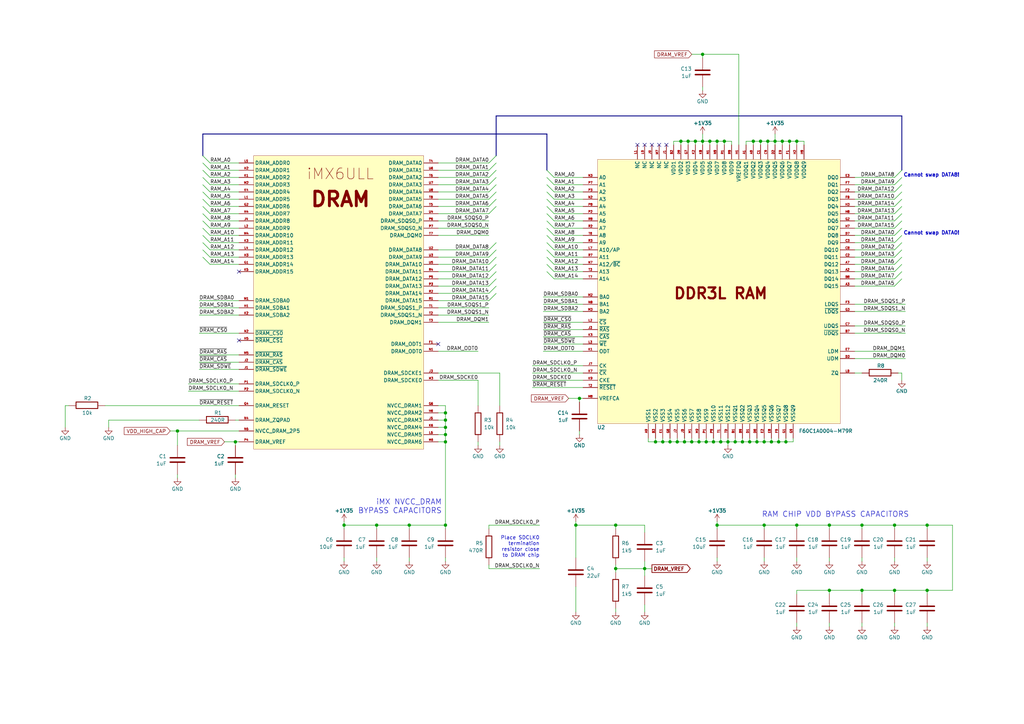
<source format=kicad_sch>
(kicad_sch (version 20210621) (generator eeschema)
  (paper "User" 359.105 253.949)
  (title_block (title "iMX6ULL Compute Module & Base Board") (date "2021-03-23") (rev "1.0") (company "AHSA Elektronik"))
  (lib_symbols
    (symbol "abdullah:+1V35" (power) (pin_names (offset 0))
      (property "Value" "+1V35" (at 0 3.81 0))
      (symbol "+1V35_1_1"
        (pin power_in line (at 0 0 90) (length 0) hide (name "+1V35") (number "1"))
      )
    )
    (symbol "abdullah:C-vert" (pin_numbers hide) (pin_names (offset 0.254))
      (property "Reference" "C" (at 3.81 1.27 0))
      (property "Value" "C-vert" (at 3.81 -1.27 0))
      (symbol "C-vert_1_1"
        (pin passive line (at 0 5.08 270) (length 4.318) (name "~") (number "1"))
        (pin passive line (at 0 -5.08 90) (length 4.318) (name "~") (number "2"))
      )
    )
    (symbol "abdullah:F60C1A0004-M79R"
      (property "Reference" "U" (at -41.91 -49.53 0))
      (property "Value" "F60C1A0004-M79R" (at 36.83 -50.8 0))
      (symbol "F60C1A0004-M79R_0_0"
        (text "DDR3L RAM" (at 0 -2.54 0) (effects (font (size 3.81 3.81) bold)))
      )
      (symbol "F60C1A0004-M79R_1_1"
        (pin input line (at 8.89 49.53 270) (length 5.08) (name "VDDQ1") (number "A1"))
        (pin input line (at 46.99 5.08 180) (length 5.08) (name "DQ13") (number "A2"))
        (pin input line (at 46.99 0 180) (length 5.08) (name "DQ15") (number "A3"))
        (pin input line (at 46.99 7.62 180) (length 5.08) (name "DQ12") (number "A7"))
        (pin input line (at 11.43 49.53 270) (length 5.08) (name "VDDQ2") (number "A8"))
        (pin input line (at -25.4 -53.34 90) (length 5.08) (name "VSS1") (number "A9"))
        (pin input line (at 5.08 -53.34 90) (length 5.08) (name "VSSQ1") (number "B1"))
        (pin input line (at -16.51 49.53 270) (length 5.08) (name "VDD1") (number "B2"))
        (pin input line (at -22.86 -53.34 90) (length 5.08) (name "VSS2") (number "B3"))
        (pin input line (at 46.99 -16.51 180) (length 5.08) (name "~{UDQS}") (number "B7"))
        (pin input line (at 46.99 2.54 180) (length 5.08) (name "DQ14") (number "B8"))
        (pin input line (at 7.62 -53.34 90) (length 5.08) (name "VSSQ2") (number "B9"))
        (pin input line (at 13.97 49.53 270) (length 5.08) (name "VDDQ3") (number "C1"))
        (pin input line (at 46.99 10.16 180) (length 5.08) (name "DQ11") (number "C2"))
        (pin input line (at 46.99 15.24 180) (length 5.08) (name "DQ9") (number "C3"))
        (pin input line (at 46.99 -13.97 180) (length 5.08) (name "UDQS") (number "C7"))
        (pin input line (at 46.99 12.7 180) (length 5.08) (name "DQ10") (number "C8"))
        (pin input line (at 16.51 49.53 270) (length 5.08) (name "VDDQ4") (number "C9"))
        (pin input line (at 10.16 -53.34 90) (length 5.08) (name "VSSQ3") (number "D1"))
        (pin input line (at 19.05 49.53 270) (length 5.08) (name "VDDQ5") (number "D2"))
        (pin input line (at 46.99 -25.4 180) (length 5.08) (name "UDM") (number "D3"))
        (pin input line (at 46.99 17.78 180) (length 5.08) (name "DQ8") (number "D7"))
        (pin input line (at 12.7 -53.34 90) (length 5.08) (name "VSSQ4") (number "D8"))
        (pin input line (at -13.97 49.53 270) (length 5.08) (name "VDD2") (number "D9"))
        (pin input line (at -20.32 -53.34 90) (length 5.08) (name "VSS3") (number "E1"))
        (pin input line (at 15.24 -53.34 90) (length 5.08) (name "VSSQ5") (number "E2"))
        (pin input line (at 46.99 38.1 180) (length 5.08) (name "DQ0") (number "E3"))
        (pin input line (at 46.99 -22.86 180) (length 5.08) (name "LDM") (number "E7"))
        (pin input line (at 17.78 -53.34 90) (length 5.08) (name "VSSQ6") (number "E8"))
        (pin input line (at 21.59 49.53 270) (length 5.08) (name "VDDQ6") (number "E9"))
        (pin input line (at 24.13 49.53 270) (length 5.08) (name "VDDQ7") (number "F1"))
        (pin input line (at 46.99 33.02 180) (length 5.08) (name "DQ2") (number "F2"))
        (pin input line (at 46.99 -6.35 180) (length 5.08) (name "LDQS") (number "F3"))
        (pin input line (at 46.99 35.56 180) (length 5.08) (name "DQ1") (number "F7"))
        (pin input line (at 46.99 30.48 180) (length 5.08) (name "DQ3") (number "F8"))
        (pin input line (at 20.32 -53.34 90) (length 5.08) (name "VSSQ7") (number "F9"))
        (pin input line (at 22.86 -53.34 90) (length 5.08) (name "VSSQ8") (number "G1"))
        (pin input line (at 46.99 22.86 180) (length 5.08) (name "DQ6") (number "G2"))
        (pin input line (at 46.99 -8.89 180) (length 5.08) (name "~{LDQS}") (number "G3"))
        (pin input line (at -11.43 49.53 270) (length 5.08) (name "VDD3") (number "G7"))
        (pin input line (at -17.78 -53.34 90) (length 5.08) (name "VSS4") (number "G8"))
        (pin input line (at 25.4 -53.34 90) (length 5.08) (name "VSSQ9") (number "G9"))
        (pin input line (at 6.35 49.53 270) (length 5.08) (name "VREFDQ") (number "H1"))
        (pin input line (at 26.67 49.53 270) (length 5.08) (name "VDDQ8") (number "H2"))
        (pin input line (at 46.99 27.94 180) (length 5.08) (name "DQ4") (number "H3"))
        (pin input line (at 46.99 20.32 180) (length 5.08) (name "DQ7") (number "H7"))
        (pin input line (at 46.99 25.4 180) (length 5.08) (name "DQ5") (number "H8"))
        (pin input line (at 29.21 49.53 270) (length 5.08) (name "VDDQ9") (number "H9"))
        (pin input line (at -19.05 49.53 270) (length 5.08) (name "NC") (number "J1"))
        (pin input line (at -15.24 -53.34 90) (length 5.08) (name "VSS5") (number "J2"))
        (pin input line (at -48.26 -15.24 0) (length 5.08) (name "~{RAS}") (number "J3"))
        (pin input line (at -48.26 -27.94 0) (length 5.08) (name "CK") (number "J7"))
        (pin input line (at -12.7 -53.34 90) (length 5.08) (name "VSS6") (number "J8"))
        (pin input line (at -24.13 49.53 270) (length 5.08) (name "NC") (number "J9"))
        (pin input line (at -48.26 -22.86 0) (length 5.08) (name "ODT") (number "K1"))
        (pin input line (at -8.89 49.53 270) (length 5.08) (name "VDD4") (number "K2"))
        (pin input line (at -48.26 -17.78 0) (length 5.08) (name "~{CAS}") (number "K3"))
        (pin input line (at -48.26 -30.48 0) (length 5.08) (name "~{CK}") (number "K7"))
        (pin input line (at -6.35 49.53 270) (length 5.08) (name "VDD5") (number "K8"))
        (pin input line (at -48.26 -33.02 0) (length 5.08) (name "CKE") (number "K9"))
        (pin input line (at -29.21 49.53 270) (length 5.08) (name "NC") (number "L1"))
        (pin input line (at -48.26 -12.7 0) (length 5.08) (name "~{CS}") (number "L2"))
        (pin input line (at -48.26 -20.32 0) (length 5.08) (name "~{WE}") (number "L3"))
        (pin input line (at -48.26 12.7 0) (length 5.08) (name "A10/AP") (number "L7"))
        (pin input line (at 46.99 -30.48 180) (length 5.08) (name "ZQ") (number "L8"))
        (pin input line (at -26.67 49.53 270) (length 5.08) (name "NC") (number "L9"))
        (pin input line (at -10.16 -53.34 90) (length 5.08) (name "VSS7") (number "M1"))
        (pin input line (at -48.26 -3.81 0) (length 5.08) (name "BA0") (number "M2"))
        (pin input line (at -48.26 -8.89 0) (length 5.08) (name "BA2") (number "M3"))
        (pin input line (at -21.59 49.53 270) (length 5.08) (name "NC") (number "M7"))
        (pin input line (at -48.26 -39.37 0) (length 5.08) (name "VREFCA") (number "M8"))
        (pin input line (at -7.62 -53.34 90) (length 5.08) (name "VSS8") (number "M9"))
        (pin input line (at -3.81 49.53 270) (length 5.08) (name "VDD6") (number "N1"))
        (pin input line (at -48.26 30.48 0) (length 5.08) (name "A3") (number "N2"))
        (pin input line (at -48.26 38.1 0) (length 5.08) (name "A0") (number "N3"))
        (pin input line (at -48.26 7.62 0) (length 5.08) (name "A12/~{BC}") (number "N7"))
        (pin input line (at -48.26 -6.35 0) (length 5.08) (name "BA1") (number "N8"))
        (pin input line (at -1.27 49.53 270) (length 5.08) (name "VDD7") (number "N9"))
        (pin input line (at -5.08 -53.34 90) (length 5.08) (name "VSS9") (number "P1"))
        (pin input line (at -48.26 25.4 0) (length 5.08) (name "A5") (number "P2"))
        (pin input line (at -48.26 33.02 0) (length 5.08) (name "A2") (number "P3"))
        (pin input line (at -48.26 35.56 0) (length 5.08) (name "A1") (number "P7"))
        (pin input line (at -48.26 27.94 0) (length 5.08) (name "A4") (number "P8"))
        (pin input line (at -2.54 -53.34 90) (length 5.08) (name "VSS10") (number "P9"))
        (pin input line (at 1.27 49.53 270) (length 5.08) (name "VDD8") (number "R1"))
        (pin input line (at -48.26 20.32 0) (length 5.08) (name "A7") (number "R2"))
        (pin input line (at -48.26 15.24 0) (length 5.08) (name "A9") (number "R3"))
        (pin input line (at -48.26 10.16 0) (length 5.08) (name "A11") (number "R7"))
        (pin input line (at -48.26 22.86 0) (length 5.08) (name "A6") (number "R8"))
        (pin input line (at 3.81 49.53 270) (length 5.08) (name "VDD9") (number "R9"))
        (pin input line (at 0 -53.34 90) (length 5.08) (name "VSS11") (number "T1"))
        (pin input line (at -48.26 -35.56 0) (length 5.08) (name "~{RESET}") (number "T2"))
        (pin input line (at -48.26 5.08 0) (length 5.08) (name "A13") (number "T3"))
        (pin input line (at -48.26 2.54 0) (length 5.08) (name "A14") (number "T7"))
        (pin input line (at -48.26 17.78 0) (length 5.08) (name "A8") (number "T8"))
        (pin input line (at 2.54 -53.34 90) (length 5.08) (name "VSS12") (number "T9"))
      )
    )
    (symbol "abdullah:GND" (power) (pin_names (offset 0))
      (property "Value" "GND" (at 0 -3.81 0))
      (symbol "GND_1_1"
        (pin power_in line (at 0 0 270) (length 0) hide (name "GND") (number "1"))
      )
    )
    (symbol "abdullah:R-hrz" (pin_numbers hide) (pin_names (offset 0))
      (property "Reference" "R" (at 0.254 2.54 0))
      (property "Value" "R-hrz" (at 0.127 -2.54 0))
      (symbol "R-hrz_1_1"
        (pin passive line (at -6.35 0 0) (length 2.54) (name "~") (number "1"))
        (pin passive line (at 6.35 0 180) (length 2.54) (name "~") (number "2"))
      )
    )
    (symbol "abdullah:R-vert" (pin_numbers hide) (pin_names (offset 0))
      (property "Reference" "R" (at 2.032 1.27 0))
      (property "Value" "R-vert" (at 2.032 -1.27 0))
      (symbol "R-vert_1_1"
        (pin passive line (at 0 6.35 270) (length 2.54) (name "~") (number "1"))
        (pin passive line (at 0 -6.35 90) (length 2.54) (name "~") (number "2"))
      )
    )
    (symbol "abdullah:iMX6ULL_2"
      (symbol "iMX6ULL_2_1_1"
        (text "iMX6ULL" (at 0 -52.07 0) (effects (font (size 3.81 3.81))))
        (text "POWER" (at 0 -60.96 0) (effects (font (size 5.08 5.08) bold)))
        (pin unspecified line (at -30.48 -12.7 0) (length 5.08) (name "VSS1") (number "A1"))
        (pin unspecified line (at -30.48 -15.24 0) (length 5.08) (name "VSS2") (number "A17"))
        (pin unspecified line (at -30.48 -22.86 0) (length 5.08) (name "VSS5") (number "C11"))
        (pin unspecified line (at -30.48 -25.4 0) (length 5.08) (name "VSS6") (number "C15"))
        (pin unspecified line (at -30.48 -17.78 0) (length 5.08) (name "VSS3") (number "C3"))
        (pin unspecified line (at -30.48 -20.32 0) (length 5.08) (name "VSS4") (number "C7"))
        (pin unspecified line (at -30.48 -30.48 0) (length 5.08) (name "VSS8") (number "E11"))
        (pin unspecified line (at -30.48 -27.94 0) (length 5.08) (name "VSS7") (number "E8"))
        (pin unspecified line (at -30.48 -43.18 0) (length 5.08) (name "VSS13") (number "F10"))
        (pin unspecified line (at -30.48 -45.72 0) (length 5.08) (name "VSS14") (number "F11"))
        (pin unspecified line (at -30.48 -48.26 0) (length 5.08) (name "VSS15") (number "F12"))
        (pin unspecified line (at -30.48 -33.02 0) (length 5.08) (name "VSS9") (number "F6"))
        (pin unspecified line (at -30.48 -35.56 0) (length 5.08) (name "VSS10") (number "F7"))
        (pin unspecified line (at -30.48 -38.1 0) (length 5.08) (name "VSS11") (number "F8"))
        (pin unspecified line (at -30.48 -40.64 0) (length 5.08) (name "VSS12") (number "F9"))
        (pin unspecified line (at 31.75 53.34 180) (length 5.08) (name "VDD_ARM_CAP_2") (number "G10"))
        (pin unspecified line (at 31.75 50.8 180) (length 5.08) (name "VDD_ARM_CAP_3") (number "G11"))
        (pin unspecified line (at -30.48 -58.42 0) (length 5.08) (name "VSS19") (number "G12"))
        (pin unspecified line (at -30.48 -60.96 0) (length 5.08) (name "VSS20") (number "G15"))
        (pin unspecified line (at -30.48 -50.8 0) (length 5.08) (name "VSS16") (number "G3"))
        (pin unspecified line (at -30.48 -53.34 0) (length 5.08) (name "VSS17") (number "G5"))
        (pin unspecified line (at -30.48 -55.88 0) (length 5.08) (name "VSS18") (number "G7"))
        (pin unspecified line (at 31.75 43.18 180) (length 5.08) (name "VDD_SOC_CAP1") (number "G8"))
        (pin unspecified line (at 31.75 55.88 180) (length 5.08) (name "VDD_ARM_CAP_1") (number "G9"))
        (pin unspecified line (at -30.48 40.64 0) (length 5.08) (name "VDD_SOC_IN2") (number "H10"))
        (pin unspecified line (at 31.75 48.26 180) (length 5.08) (name "VDD_ARM_CAP_4") (number "H11"))
        (pin unspecified line (at -30.48 -66.04 0) (length 5.08) (name "VSS22") (number "H12"))
        (pin unspecified line (at -30.48 -63.5 0) (length 5.08) (name "VSS21") (number "H7"))
        (pin unspecified line (at 31.75 40.64 180) (length 5.08) (name "VDD_SOC_CAP2") (number "H8"))
        (pin unspecified line (at -30.48 43.18 0) (length 5.08) (name "VDD_SOC_IN1") (number "H9"))
        (pin unspecified line (at -30.48 35.56 0) (length 5.08) (name "VDD_SOC_IN4") (number "J10"))
        (pin unspecified line (at 31.75 35.56 180) (length 5.08) (name "VDD_SOC_CAP4") (number "J11"))
        (pin unspecified line (at 31.75 -66.04 180) (length 5.08) (name "VSS25") (number "J12"))
        (pin unspecified line (at -30.48 -68.58 0) (length 5.08) (name "VSS23") (number "J5"))
        (pin unspecified line (at 31.75 -68.58 180) (length 5.08) (name "VSS24") (number "J7"))
        (pin unspecified line (at 31.75 38.1 180) (length 5.08) (name "VDD_SOC_CAP3") (number "J8"))
        (pin unspecified line (at -30.48 38.1 0) (length 5.08) (name "VDD_SOC_IN3") (number "J9"))
        (pin unspecified line (at -30.48 30.48 0) (length 5.08) (name "VDD_SOC_IN6") (number "K10"))
        (pin unspecified line (at 31.75 30.48 180) (length 5.08) (name "VDD_SOC_CAP6") (number "K11"))
        (pin unspecified line (at 31.75 -60.96 180) (length 5.08) (name "VSS27") (number "K12"))
        (pin unspecified line (at 31.75 -63.5 180) (length 5.08) (name "VSS26") (number "K7"))
        (pin unspecified line (at 31.75 33.02 180) (length 5.08) (name "VDD_SOC_CAP5") (number "K8"))
        (pin unspecified line (at -30.48 33.02 0) (length 5.08) (name "VDD_SOC_IN5") (number "K9"))
        (pin unspecified line (at 31.75 22.86 180) (length 5.08) (name "VDD_SOC_CAP9") (number "L10"))
        (pin unspecified line (at 31.75 20.32 180) (length 5.08) (name "VDD_SOC_CAP10") (number "L11"))
        (pin unspecified line (at 31.75 -53.34 180) (length 5.08) (name "VSS30") (number "L12"))
        (pin unspecified line (at 31.75 -58.42 180) (length 5.08) (name "VSS28") (number "L3"))
        (pin unspecified line (at 31.75 -55.88 180) (length 5.08) (name "VSS29") (number "L7"))
        (pin unspecified line (at 31.75 27.94 180) (length 5.08) (name "VDD_SOC_CAP7") (number "L8"))
        (pin unspecified line (at 31.75 25.4 180) (length 5.08) (name "VDD_SOC_CAP8") (number "L9"))
        (pin unspecified line (at 31.75 -43.18 180) (length 5.08) (name "VSS34") (number "M10"))
        (pin unspecified line (at 31.75 -40.64 180) (length 5.08) (name "VSS35") (number "M11"))
        (pin unspecified line (at -30.48 -10.16 0) (length 5.08) (name "NGND_KEL0") (number "M12"))
        (pin unspecified line (at 31.75 -50.8 180) (length 5.08) (name "VSS31") (number "M7"))
        (pin unspecified line (at 31.75 -48.26 180) (length 5.08) (name "VSS32") (number "M8"))
        (pin unspecified line (at 31.75 -45.72 180) (length 5.08) (name "VSS33") (number "M9"))
        (pin unspecified line (at 31.75 -1.27 180) (length 5.08) (name "VDD_SNVS_CAP") (number "N12"))
        (pin unspecified line (at -30.48 13.97 0) (length 5.08) (name "VDD_HIGH_IN") (number "N13"))
        (pin unspecified line (at 31.75 -38.1 180) (length 5.08) (name "VSS36") (number "N3"))
        (pin unspecified line (at 31.75 -35.56 180) (length 5.08) (name "VSS37") (number "N5"))
        (pin unspecified line (at -30.48 3.81 0) (length 5.08) (name "VDD_SNVS_IN") (number "P12"))
        (pin unspecified line (at 31.75 3.81 180) (length 5.08) (name "NVCC_PLL") (number "P13"))
        (pin unspecified line (at 31.75 -25.4 180) (length 5.08) (name "VSS41") (number "R11"))
        (pin unspecified line (at 31.75 13.97 180) (length 5.08) (name "VDD_HIGH_CAP1") (number "R14"))
        (pin unspecified line (at 31.75 11.43 180) (length 5.08) (name "VDD_HIGH_CAP2") (number "R15"))
        (pin unspecified line (at 31.75 -22.86 180) (length 5.08) (name "VSS42") (number "R16"))
        (pin unspecified line (at 31.75 -20.32 180) (length 5.08) (name "VSS43") (number "R17"))
        (pin unspecified line (at 31.75 -33.02 180) (length 5.08) (name "VSS38") (number "R3"))
        (pin unspecified line (at 31.75 -30.48 180) (length 5.08) (name "VSS39") (number "R5"))
        (pin unspecified line (at 31.75 -27.94 180) (length 5.08) (name "VSS40") (number "R7"))
        (pin unspecified line (at 31.75 -17.78 180) (length 5.08) (name "VSS44") (number "T14"))
        (pin unspecified line (at 31.75 -15.24 180) (length 5.08) (name "VSS45") (number "U1"))
        (pin unspecified line (at 31.75 -12.7 180) (length 5.08) (name "VSS46") (number "U14"))
        (pin unspecified line (at 31.75 -10.16 180) (length 5.08) (name "VSS47") (number "U17"))
      )
      (symbol "iMX6ULL_2_2_1"
        (text "DRAM" (at 1.27 33.02 0) (effects (font (size 5.08 5.08) bold)))
        (text "iMX6ULL" (at 1.27 41.91 0) (effects (font (size 3.81 3.81))))
        (pin unspecified line (at 35.56 -17.78 180) (length 5.08) (name "DRAM_ODT1") (number "F1"))
        (pin unspecified line (at -34.29 10.16 0) (length 5.08) (name "DRAM_ADDR14") (number "G1"))
        (pin unspecified line (at -34.29 30.48 0) (length 5.08) (name "DRAM_ADDR6") (number "G2"))
        (pin unspecified line (at -34.29 -39.37 0) (length 5.08) (name "DRAM_RESET") (number "G4"))
        (pin unspecified line (at 35.56 -39.37 180) (length 5.08) (name "NVCC_DRAM1") (number "G6"))
        (pin unspecified line (at -34.29 -5.08 0) (length 5.08) (name "DRAM_SDBA1") (number "H1"))
        (pin unspecified line (at -34.29 43.18 0) (length 5.08) (name "DRAM_ADDR1") (number "H2"))
        (pin unspecified line (at -34.29 12.7 0) (length 5.08) (name "DRAM_ADDR13") (number "H3"))
        (pin unspecified line (at -34.29 27.94 0) (length 5.08) (name "DRAM_ADDR7") (number "H4"))
        (pin unspecified line (at -34.29 -16.51 0) (length 5.08) (name "~{DRAM_CS1}") (number "H5"))
        (pin unspecified line (at 35.56 -41.91 180) (length 5.08) (name "NVCC_DRAM2") (number "H6"))
        (pin unspecified line (at -34.29 -26.67 0) (length 5.08) (name "~{DRAM_SDWE}") (number "J1"))
        (pin unspecified line (at -34.29 -24.13 0) (length 5.08) (name "~{DRAM_CAS}") (number "J2"))
        (pin unspecified line (at 35.56 -27.94 180) (length 5.08) (name "DRAM_SDCKE1") (number "J3"))
        (pin unspecified line (at -34.29 25.4 0) (length 5.08) (name "DRAM_ADDR8") (number "J4"))
        (pin unspecified line (at 35.56 -44.45 180) (length 5.08) (name "NVCC_DRAM3") (number "J6"))
        (pin unspecified line (at -34.29 40.64 0) (length 5.08) (name "DRAM_ADDR2") (number "K1"))
        (pin unspecified line (at -34.29 -7.62 0) (length 5.08) (name "DRAM_SDBA2") (number "K2"))
        (pin unspecified line (at -34.29 17.78 0) (length 5.08) (name "DRAM_ADDR11") (number "K3"))
        (pin unspecified line (at -34.29 35.56 0) (length 5.08) (name "DRAM_ADDR4") (number "K4"))
        (pin unspecified line (at -34.29 7.62 0) (length 5.08) (name "DRAM_ADDR15") (number "K5"))
        (pin unspecified line (at 35.56 -46.99 180) (length 5.08) (name "NVCC_DRAM4") (number "K6"))
        (pin unspecified line (at -34.29 33.02 0) (length 5.08) (name "DRAM_ADDR5") (number "L1"))
        (pin unspecified line (at -34.29 22.86 0) (length 5.08) (name "DRAM_ADDR9") (number "L2"))
        (pin unspecified line (at -34.29 15.24 0) (length 5.08) (name "DRAM_ADDR12") (number "L4"))
        (pin unspecified line (at -34.29 45.72 0) (length 5.08) (name "DRAM_ADDR0") (number "L5"))
        (pin unspecified line (at 35.56 -49.53 180) (length 5.08) (name "NVCC_DRAM5") (number "L6"))
        (pin unspecified line (at -34.29 -2.54 0) (length 5.08) (name "DRAM_SDBA0") (number "M1"))
        (pin unspecified line (at -34.29 38.1 0) (length 5.08) (name "DRAM_ADDR3") (number "M2"))
        (pin unspecified line (at 35.56 -30.48 180) (length 5.08) (name "DRAM_SDCKE0") (number "M3"))
        (pin unspecified line (at -34.29 20.32 0) (length 5.08) (name "DRAM_ADDR10") (number "M4"))
        (pin unspecified line (at -34.29 -21.59 0) (length 5.08) (name "~{DRAM_RAS}") (number "M5"))
        (pin unspecified line (at 35.56 -52.07 180) (length 5.08) (name "NVCC_DRAM6") (number "M6"))
        (pin unspecified line (at 35.56 -20.32 180) (length 5.08) (name "DRAM_ODT0") (number "N1"))
        (pin unspecified line (at -34.29 -13.97 0) (length 5.08) (name "~{DRAM_CS0}") (number "N2"))
        (pin unspecified line (at -34.29 -44.45 0) (length 5.08) (name "DRAM_ZQPAD") (number "N4"))
        (pin unspecified line (at -34.29 -48.26 0) (length 5.08) (name "NVCC_DRAM_2P5") (number "N6"))
        (pin unspecified line (at -34.29 -31.75 0) (length 5.08) (name "DRAM_SDCLK0_P") (number "P1"))
        (pin unspecified line (at -34.29 -34.29 0) (length 5.08) (name "DRAM_SDCLK0_N") (number "P2"))
        (pin unspecified line (at 35.56 2.54 180) (length 5.08) (name "DRAM_DATA13") (number "P3"))
        (pin unspecified line (at -34.29 -52.07 0) (length 5.08) (name "DRAM_VREF") (number "P4"))
        (pin unspecified line (at 35.56 5.08 180) (length 5.08) (name "DRAM_DATA12") (number "P5"))
        (pin unspecified line (at 35.56 25.4 180) (length 5.08) (name "DRAM_SDQS0_P") (number "P6"))
        (pin unspecified line (at 35.56 22.86 180) (length 5.08) (name "DRAM_SDQS0_N") (number "P7"))
        (pin unspecified line (at 35.56 -2.54 180) (length 5.08) (name "DRAM_DATA15") (number "R1"))
        (pin unspecified line (at 35.56 0 180) (length 5.08) (name "DRAM_DATA14") (number "R2"))
        (pin unspecified line (at 35.56 7.62 180) (length 5.08) (name "DRAM_DATA11") (number "R4"))
        (pin unspecified line (at 35.56 -5.08 180) (length 5.08) (name "DRAM_SDQS1_P") (number "T1"))
        (pin unspecified line (at 35.56 -7.62 180) (length 5.08) (name "DRAM_SDQS1_N") (number "T2"))
        (pin unspecified line (at 35.56 -10.16 180) (length 5.08) (name "DRAM_DQM1") (number "T3"))
        (pin unspecified line (at 35.56 45.72 180) (length 5.08) (name "DRAM_DATA0") (number "T4"))
        (pin unspecified line (at 35.56 30.48 180) (length 5.08) (name "DRAM_DATA6") (number "T5"))
        (pin unspecified line (at 35.56 40.64 180) (length 5.08) (name "DRAM_DATA2") (number "T6"))
        (pin unspecified line (at 35.56 20.32 180) (length 5.08) (name "DRAM_DQM0") (number "T7"))
        (pin unspecified line (at 35.56 33.02 180) (length 5.08) (name "DRAM_DATA5") (number "T8"))
        (pin unspecified line (at 35.56 15.24 180) (length 5.08) (name "DRAM_DATA8") (number "U2"))
        (pin unspecified line (at 35.56 12.7 180) (length 5.08) (name "DRAM_DATA9") (number "U3"))
        (pin unspecified line (at 35.56 27.94 180) (length 5.08) (name "DRAM_DATA7") (number "U4"))
        (pin unspecified line (at 35.56 10.16 180) (length 5.08) (name "DRAM_DATA10") (number "U5"))
        (pin unspecified line (at 35.56 43.18 180) (length 5.08) (name "DRAM_DATA1") (number "U6"))
        (pin unspecified line (at 35.56 38.1 180) (length 5.08) (name "DRAM_DATA3") (number "U7"))
        (pin unspecified line (at 35.56 35.56 180) (length 5.08) (name "DRAM_DATA4") (number "U8"))
      )
      (symbol "iMX6ULL_2_3_1"
        (text "iMX6ULL" (at -6.35 -19.05 0) (effects (font (size 1.905 1.905))))
        (text "NAND" (at -6.35 -22.86 0) (effects (font (size 2.54 2.54) bold)))
        (pin unspecified line (at 20.32 0 180) (length 5.08) (name "~{NAND_READY}") (number "A3"))
        (pin unspecified line (at 20.32 10.16 180) (length 5.08) (name "NAND_CLE") (number "A4"))
        (pin unspecified line (at 20.32 -25.4 180) (length 5.08) (name "NAND_DATA7") (number "A5"))
        (pin unspecified line (at 20.32 -22.86 180) (length 5.08) (name "NAND_DATA6") (number "A6"))
        (pin unspecified line (at 20.32 -12.7 180) (length 5.08) (name "NAND_DATA2") (number "A7"))
        (pin unspecified line (at 20.32 12.7 180) (length 5.08) (name "NAND_ALE") (number "B4"))
        (pin unspecified line (at 20.32 17.78 180) (length 5.08) (name "~{NAND_CE1}") (number "B5"))
        (pin unspecified line (at 20.32 -20.32 180) (length 5.08) (name "NAND_DATA5") (number "B6"))
        (pin unspecified line (at 20.32 -10.16 180) (length 5.08) (name "NAND_DATA1") (number "B7"))
        (pin unspecified line (at 20.32 20.32 180) (length 5.08) (name "~{NAND_CE0}") (number "C5"))
        (pin unspecified line (at 20.32 -17.78 180) (length 5.08) (name "NAND_DATA4") (number "C6"))
        (pin unspecified line (at 20.32 5.08 180) (length 5.08) (name "~{NAND_WE}") (number "C8"))
        (pin unspecified line (at 20.32 2.54 180) (length 5.08) (name "~{NAND_WP}") (number "D5"))
        (pin unspecified line (at 20.32 -15.24 180) (length 5.08) (name "NAND_DATA3") (number "D6"))
        (pin unspecified line (at 20.32 -7.62 180) (length 5.08) (name "NAND_DATA0") (number "D7"))
        (pin unspecified line (at 20.32 7.62 180) (length 5.08) (name "~{NAND_RE}") (number "D8"))
        (pin unspecified line (at 20.32 -2.54 180) (length 5.08) (name "NAND_DQS") (number "E6"))
        (pin unspecified line (at -19.05 20.32 0) (length 5.08) (name "NVCC_NAND") (number "E7"))
      )
      (symbol "iMX6ULL_2_4_1"
        (text "CSI" (at -6.35 -16.51 0) (effects (font (size 2.54 2.54) bold)))
        (text "iMX6ULL" (at -6.35 -12.7 0) (effects (font (size 1.651 1.651))))
        (pin unspecified line (at 16.51 -17.78 180) (length 5.08) (name "CSI_DATA7") (number "D1"))
        (pin unspecified line (at 16.51 -15.24 180) (length 5.08) (name "CSI_DATA6") (number "D2"))
        (pin unspecified line (at 16.51 -12.7 180) (length 5.08) (name "CSI_DATA5") (number "D3"))
        (pin unspecified line (at 16.51 -10.16 180) (length 5.08) (name "CSI_DATA4") (number "D4"))
        (pin unspecified line (at 16.51 -7.62 180) (length 5.08) (name "CSI_DATA3") (number "E1"))
        (pin unspecified line (at 16.51 -5.08 180) (length 5.08) (name "CSI_DATA2") (number "E2"))
        (pin unspecified line (at 16.51 -2.54 180) (length 5.08) (name "CSI_DATA1") (number "E3"))
        (pin unspecified line (at 16.51 0 180) (length 5.08) (name "CSI_DATA0") (number "E4"))
        (pin unspecified line (at 16.51 12.7 180) (length 5.08) (name "CSI_PIXCLK") (number "E5"))
        (pin unspecified line (at 16.51 7.62 180) (length 5.08) (name "CSI_VSYNC") (number "F2"))
        (pin unspecified line (at 16.51 5.08 180) (length 5.08) (name "CSI_HSYNC") (number "F3"))
        (pin unspecified line (at -17.78 15.24 0) (length 5.08) (name "NVCC_CSI") (number "F4"))
        (pin unspecified line (at 16.51 15.24 180) (length 5.08) (name "CSI_MCLK") (number "F5"))
      )
      (symbol "iMX6ULL_2_5_1"
        (text "GPIO" (at -5.08 -10.16 0) (effects (font (size 2.54 2.54) bold)))
        (text "iMX6ULL" (at -5.08 -6.35 0) (effects (font (size 1.651 1.651))))
        (pin unspecified line (at -19.05 10.16 0) (length 5.08) (name "NVCC_GPIO") (number "J13"))
        (pin unspecified line (at 20.32 10.16 180) (length 5.08) (name "GPIO1_IO0") (number "K13"))
        (pin unspecified line (at 20.32 -5.08 180) (length 5.08) (name "GPIO1_IO6") (number "K17"))
        (pin unspecified line (at 20.32 5.08 180) (length 5.08) (name "GPIO1_IO2") (number "L14"))
        (pin unspecified line (at 20.32 7.62 180) (length 5.08) (name "GPIO1_IO1") (number "L15"))
        (pin unspecified line (at 20.32 -7.62 180) (length 5.08) (name "GPIO1_IO7") (number "L16"))
        (pin unspecified line (at 20.32 2.54 180) (length 5.08) (name "GPIO1_IO3") (number "L17"))
        (pin unspecified line (at 20.32 -12.7 180) (length 5.08) (name "GPIO1_IO9") (number "M15"))
        (pin unspecified line (at 20.32 0 180) (length 5.08) (name "GPIO1_IO4") (number "M16"))
        (pin unspecified line (at 20.32 -2.54 180) (length 5.08) (name "GPIO1_IO5") (number "M17"))
        (pin unspecified line (at 20.32 -10.16 180) (length 5.08) (name "GPIO1_IO8") (number "N17"))
      )
      (symbol "iMX6ULL_2_6_1"
        (text "ETHERNET" (at -7.62 -21.59 0) (effects (font (size 2.54 2.54) bold)))
        (text "iMX6ULL" (at -7.62 -17.78 0) (effects (font (size 1.651 1.651))))
        (pin unspecified line (at 26.67 -5.08 180) (length 5.08) (name "ENET2_TX_DATA0") (number "A15"))
        (pin unspecified line (at 26.67 -7.62 180) (length 5.08) (name "ENET2_TX_DATA1") (number "A16"))
        (pin unspecified line (at 26.67 -10.16 180) (length 5.08) (name "ENET2_TX_EN") (number "B15"))
        (pin unspecified line (at 26.67 -22.86 180) (length 5.08) (name "ENET2_RX_EN") (number "B17"))
        (pin unspecified line (at 26.67 -17.78 180) (length 5.08) (name "ENET2_RX_DATA1") (number "C16"))
        (pin unspecified line (at 26.67 -15.24 180) (length 5.08) (name "ENET2_RX_DATA0") (number "C17"))
        (pin unspecified line (at 26.67 2.54 180) (length 5.08) (name "ENET1_RX_ER") (number "D15"))
        (pin unspecified line (at 26.67 -20.32 180) (length 5.08) (name "ENET2_RX_ER") (number "D16"))
        (pin unspecified line (at 26.67 -12.7 180) (length 5.08) (name "ENET2_TX_CLK") (number "D17"))
        (pin unspecified line (at 26.67 15.24 180) (length 5.08) (name "ENET1_TX_DATA1") (number "E14"))
        (pin unspecified line (at 26.67 17.78 180) (length 5.08) (name "ENET1_TX_DATA0") (number "E15"))
        (pin unspecified line (at 26.67 0 180) (length 5.08) (name "ENET1_RX_EN") (number "E16"))
        (pin unspecified line (at 26.67 5.08 180) (length 5.08) (name "ENET1_RX_DATA1") (number "E17"))
        (pin unspecified line (at -24.13 17.78 0) (length 5.08) (name "NVCC_ENET") (number "F13"))
        (pin unspecified line (at 26.67 10.16 180) (length 5.08) (name "ENET1_TX_CLK") (number "F14"))
        (pin unspecified line (at 26.67 12.7 180) (length 5.08) (name "ENET1_TX_EN") (number "F15"))
        (pin unspecified line (at 26.67 7.62 180) (length 5.08) (name "ENET1_RX_DATA0") (number "F16"))
      )
      (symbol "iMX6ULL_2_7_1"
        (text "iMX6ULL" (at -3.81 -66.04 0) (effects (font (size 1.905 1.905))))
        (text "LCD" (at -3.81 -71.12 0) (effects (font (size 3.81 3.81) bold)))
        (pin unspecified line (at 27.94 -30.48 180) (length 5.08) (name "LCD_DATA6") (number "A10"))
        (pin unspecified line (at 27.94 -38.1 180) (length 5.08) (name "LCD_DATA9") (number "A11"))
        (pin unspecified line (at 27.94 -50.8 180) (length 5.08) (name "LCD_DATA14") (number "A12"))
        (pin unspecified line (at 27.94 -60.96 180) (length 5.08) (name "LCD_DATA18") (number "A13"))
        (pin unspecified line (at 27.94 -71.12 180) (length 5.08) (name "LCD_DATA22") (number "A14"))
        (pin unspecified line (at 27.94 0 180) (length 5.08) (name "LCD_CLK") (number "A8"))
        (pin unspecified line (at 27.94 -17.78 180) (length 5.08) (name "LCD_DATA1") (number "A9"))
        (pin unspecified line (at 27.94 -27.94 180) (length 5.08) (name "LCD_DATA5") (number "B10"))
        (pin unspecified line (at 27.94 -35.56 180) (length 5.08) (name "LCD_DATA8") (number "B11"))
        (pin unspecified line (at 27.94 -48.26 180) (length 5.08) (name "LCD_DATA13") (number "B12"))
        (pin unspecified line (at 27.94 -58.42 180) (length 5.08) (name "LCD_DATA17") (number "B13"))
        (pin unspecified line (at 27.94 -68.58 180) (length 5.08) (name "LCD_DATA21") (number "B14"))
        (pin unspecified line (at 27.94 -73.66 180) (length 5.08) (name "LCD_DATA23") (number "B16"))
        (pin unspecified line (at 27.94 -3.81 180) (length 5.08) (name "LCD_ENABLE") (number "B8"))
        (pin unspecified line (at 27.94 -15.24 180) (length 5.08) (name "LCD_DATA0") (number "B9"))
        (pin unspecified line (at 27.94 -25.4 180) (length 5.08) (name "LCD_DATA4") (number "C10"))
        (pin unspecified line (at 27.94 -45.72 180) (length 5.08) (name "LCD_DATA12") (number "C12"))
        (pin unspecified line (at 27.94 -55.88 180) (length 5.08) (name "LCD_DATA16") (number "C13"))
        (pin unspecified line (at 27.94 -66.04 180) (length 5.08) (name "LCD_DATA20") (number "C14"))
        (pin unspecified line (at 27.94 -8.89 180) (length 5.08) (name "LCD_VSYNC") (number "C9"))
        (pin unspecified line (at 27.94 -22.86 180) (length 5.08) (name "LCD_DATA3") (number "D10"))
        (pin unspecified line (at 27.94 -33.02 180) (length 5.08) (name "LCD_DATA7") (number "D11"))
        (pin unspecified line (at 27.94 -43.18 180) (length 5.08) (name "LCD_DATA11") (number "D12"))
        (pin unspecified line (at 27.94 -53.34 180) (length 5.08) (name "LCD_DATA15") (number "D13"))
        (pin unspecified line (at 27.94 -63.5 180) (length 5.08) (name "LCD_DATA19") (number "D14"))
        (pin unspecified line (at 27.94 -6.35 180) (length 5.08) (name "LCD_HSYNC") (number "D9"))
        (pin unspecified line (at 27.94 -20.32 180) (length 5.08) (name "LCD_DATA2") (number "E10"))
        (pin unspecified line (at 27.94 -40.64 180) (length 5.08) (name "LCD_DATA10") (number "E12"))
        (pin unspecified line (at -17.78 0 0) (length 5.08) (name "NVCC_LCD") (number "E13"))
        (pin unspecified line (at 27.94 -11.43 180) (length 5.08) (name "LCD_RESET") (number "E9"))
      )
      (symbol "iMX6ULL_2_8_1"
        (text "iMX6ULL" (at -13.97 -5.08 0) (effects (font (size 1.016 1.016) bold)))
        (text "USB" (at -13.97 -7.62 0) (effects (font (size 1.905 1.905) bold)))
        (pin unspecified line (at 24.13 0 180) (length 5.08) (name "VDD_USB_CAP") (number "R12"))
        (pin unspecified line (at -24.13 10.16 0) (length 5.08) (name "USB_OTG1_VBUS") (number "T12"))
        (pin unspecified line (at 24.13 -5.08 180) (length 5.08) (name "USB_OTG2_DN") (number "T13"))
        (pin unspecified line (at 24.13 10.16 180) (length 5.08) (name "USB_OTG1_DN") (number "T15"))
        (pin unspecified line (at -24.13 0 0) (length 5.08) (name "USB_OTG2_VBUS") (number "U12"))
        (pin unspecified line (at 24.13 -7.62 180) (length 5.08) (name "USB_OTG2_DP") (number "U13"))
        (pin unspecified line (at 24.13 7.62 180) (length 5.08) (name "USB_OTG1_DP") (number "U15"))
        (pin unspecified line (at 24.13 5.08 180) (length 5.08) (name "~{USB_OTG1_CHD}") (number "U16"))
      )
      (symbol "iMX6ULL_2_9_1"
        (text "iMX6ULL" (at -7.62 -2.54 0) (effects (font (size 1.651 1.651))))
        (text "SD1" (at -7.62 -6.35 0) (effects (font (size 2.54 2.54) bold)))
        (pin unspecified line (at 19.05 -7.62 180) (length 5.08) (name "SD1_DATA3") (number "A2"))
        (pin unspecified line (at 19.05 -5.08 180) (length 5.08) (name "SD1_DATA2") (number "B1"))
        (pin unspecified line (at 19.05 -2.54 180) (length 5.08) (name "SD1_DATA1") (number "B2"))
        (pin unspecified line (at 19.05 0 180) (length 5.08) (name "SD1_DATA0") (number "B3"))
        (pin unspecified line (at 19.05 6.35 180) (length 5.08) (name "SD1_CLK") (number "C1"))
        (pin unspecified line (at 19.05 3.81 180) (length 5.08) (name "SD1_CMD") (number "C2"))
        (pin unspecified line (at -19.05 6.35 0) (length 5.08) (name "NVCC_SD1") (number "C4"))
      )
      (symbol "iMX6ULL_2_10_1"
        (text "ADC" (at -19.05 -10.16 0) (effects (font (size 1.905 1.905) bold)))
        (text "iMX6ULL" (at -19.05 -7.62 0) (effects (font (size 1.016 1.016) bold)))
        (pin unspecified line (at 5.08 0 180) (length 5.08) (name "VDDA_ADC_3P3") (number "L13"))
        (pin unspecified line (at 5.08 -6.35 180) (length 5.08) (name "ADC_VREFH") (number "M13"))
      )
      (symbol "iMX6ULL_2_11_1"
        (text "NVCC_GPIO" (at 5.08 35.56 900) (effects (font (size 1.27 1.27))))
        (text "NVCC_PLL" (at -5.08 -11.43 900) (effects (font (size 1.27 1.27))))
        (text "NVCC_UART" (at 5.08 -13.97 900) (effects (font (size 1.27 1.27))))
        (text "VDD_SNVS_CAP" (at -5.08 -25.4 900) (effects (font (size 1.27 1.27))))
        (text "VDD_SNVS_IN" (at -5.08 22.86 900) (effects (font (size 1.27 1.27))))
        (text "VDDHIGH_CAP" (at 5.08 20.32 900) (effects (font (size 1.27 1.27))))
        (text "VDDHIGH_IN" (at -5.08 -40.64 900) (effects (font (size 1.27 1.27))))
        (pin input line (at 29.21 -35.56 180) (length 5.08) (name "UART5_TX_DATA") (number "F17"))
        (pin input line (at 29.21 -38.1 180) (length 5.08) (name "UART5_RX_DATA") (number "G13"))
        (pin input line (at 29.21 -22.86 180) (length 5.08) (name "~{UART3_RTS}") (number "G14"))
        (pin input line (at 29.21 -31.75 180) (length 5.08) (name "UART4_RX_DATA") (number "G16"))
        (pin input line (at 29.21 -29.21 180) (length 5.08) (name "UART4_TX_DATA") (number "G17"))
        (pin input line (at 29.21 8.89 180) (length 5.08) (name "NVCC_UART") (number "H13"))
        (pin input line (at 29.21 -11.43 180) (length 5.08) (name "~{UART2_RTS}") (number "H14"))
        (pin input line (at 29.21 -25.4 180) (length 5.08) (name "~{UART3_CTS}") (number "H15"))
        (pin input line (at 29.21 -20.32 180) (length 5.08) (name "UART3_RX_DATA") (number "H16"))
        (pin input line (at 29.21 -17.78 180) (length 5.08) (name "UART3_TX_DATA") (number "H17"))
        (pin input line (at 29.21 0 180) (length 5.08) (name "~{UART1_RTS}") (number "J14"))
        (pin input line (at 29.21 -13.97 180) (length 5.08) (name "~{UART2_CTS}") (number "J15"))
        (pin input line (at 29.21 -8.89 180) (length 5.08) (name "UART2_RX_DATA") (number "J16"))
        (pin input line (at 29.21 -6.35 180) (length 5.08) (name "UART2_TX_DATA") (number "J17"))
        (pin input line (at 29.21 5.08 180) (length 5.08) (name "UART1_TX_DATA") (number "K14"))
        (pin input line (at 29.21 -2.54 180) (length 5.08) (name "~{UART1_CTS}") (number "K15"))
        (pin input line (at 29.21 2.54 180) (length 5.08) (name "UART1_RX_DATA") (number "K16"))
        (pin input line (at 29.21 41.91 180) (length 5.08) (name "JTAG_TCK") (number "M14"))
        (pin input line (at -33.02 8.89 0) (length 5.08) (name "SNVS_TAMPER7") (number "N10"))
        (pin input line (at -33.02 11.43 0) (length 5.08) (name "SNVS_TAMPER6") (number "N11"))
        (pin input line (at 29.21 31.75 180) (length 5.08) (name "~{JTAG_TRST}") (number "N14"))
        (pin input line (at 29.21 34.29 180) (length 5.08) (name "JTAG_TDO") (number "N15"))
        (pin input line (at 29.21 36.83 180) (length 5.08) (name "JTAG_TDI") (number "N16"))
        (pin input line (at -33.02 30.48 0) (length 5.08) (name "TEST_MODE") (number "N7"))
        (pin input line (at -33.02 13.97 0) (length 5.08) (name "SNVS_TAMPER5") (number "N8"))
        (pin input line (at -33.02 6.35 0) (length 5.08) (name "SNVS_TAMPER8") (number "N9"))
        (pin input line (at -33.02 19.05 0) (length 5.08) (name "SNVS_TAMPER3") (number "P10"))
        (pin input line (at -33.02 21.59 0) (length 5.08) (name "SNVS_TAMPER2") (number "P11"))
        (pin input line (at 29.21 39.37 180) (length 5.08) (name "JTAG_TMS") (number "P14"))
        (pin input line (at 29.21 29.21 180) (length 5.08) (name "JTAG_MOD") (number "P15"))
        (pin input line (at 29.21 21.59 180) (length 5.08) (name "CCM_CLK1_N") (number "P16"))
        (pin input line (at 29.21 19.05 180) (length 5.08) (name "CCM_CLK1_P") (number "P17"))
        (pin input line (at -33.02 39.37 0) (length 5.08) (name "~{POR}") (number "P8"))
        (pin input line (at -33.02 16.51 0) (length 5.08) (name "SNVS_TAMPER4") (number "P9"))
        (pin input line (at -33.02 26.67 0) (length 5.08) (name "SNVS_TAMPER0") (number "R10"))
        (pin input line (at -33.02 -39.37 0) (length 5.08) (name "GPANAIO") (number "R13"))
        (pin input line (at -33.02 3.81 0) (length 5.08) (name "SNVS_TAMPER9") (number "R6"))
        (pin input line (at -33.02 41.91 0) (length 5.08) (name "ONOFF") (number "R8"))
        (pin input line (at -33.02 24.13 0) (length 5.08) (name "SNVS_TAMPER1") (number "R9"))
        (pin input line (at -33.02 35.56 0) (length 5.08) (name "BOOT_MODE0") (number "T10"))
        (pin input line (at -33.02 -24.13 0) (length 5.08) (name "RTC_XTALI") (number "T11"))
        (pin input line (at -33.02 -10.16 0) (length 5.08) (name "XTALI") (number "T16"))
        (pin input line (at -33.02 -12.7 0) (length 5.08) (name "XTALO") (number "T17"))
        (pin input line (at -33.02 -2.54 0) (length 5.08) (name "SNVS_PMIC_ON_REQ") (number "T9"))
        (pin input line (at -33.02 33.02 0) (length 5.08) (name "BOOT_MODE1") (number "U10"))
        (pin input line (at -33.02 -26.67 0) (length 5.08) (name "RTC_XTALO") (number "U11"))
        (pin input line (at -33.02 0 0) (length 5.08) (name "CCM_PMIC_STBY_REQ") (number "U9"))
      )
    )
  )
  (junction (at 62.23 151.13) (diameter 1.016))
  (junction (at 82.55 154.94) (diameter 1.016))
  (junction (at 120.65 184.15) (diameter 1.016))
  (junction (at 132.08 184.15) (diameter 1.016))
  (junction (at 143.51 184.15) (diameter 1.016))
  (junction (at 156.21 144.78) (diameter 1.016))
  (junction (at 156.21 147.32) (diameter 1.016))
  (junction (at 156.21 149.86) (diameter 1.016))
  (junction (at 156.21 152.4) (diameter 1.016))
  (junction (at 156.21 154.94) (diameter 1.016))
  (junction (at 156.21 184.15) (diameter 1.016))
  (junction (at 201.93 184.15) (diameter 1.016))
  (junction (at 203.2 139.7) (diameter 1.016))
  (junction (at 215.9 184.15) (diameter 1.016))
  (junction (at 215.9 199.39) (diameter 1.016))
  (junction (at 226.06 199.39) (diameter 1.016))
  (junction (at 229.87 154.94) (diameter 1.016))
  (junction (at 232.41 154.94) (diameter 1.016))
  (junction (at 234.95 154.94) (diameter 1.016))
  (junction (at 237.49 154.94) (diameter 1.016))
  (junction (at 238.76 49.53) (diameter 1.016))
  (junction (at 240.03 154.94) (diameter 1.016))
  (junction (at 241.3 49.53) (diameter 1.016))
  (junction (at 242.57 154.94) (diameter 1.016))
  (junction (at 243.84 49.53) (diameter 1.016))
  (junction (at 245.11 154.94) (diameter 1.016))
  (junction (at 246.38 19.05) (diameter 1.016))
  (junction (at 246.38 49.53) (diameter 1.016))
  (junction (at 247.65 154.94) (diameter 1.016))
  (junction (at 248.92 49.53) (diameter 1.016))
  (junction (at 250.19 154.94) (diameter 1.016))
  (junction (at 251.46 49.53) (diameter 1.016))
  (junction (at 251.46 184.15) (diameter 1.016))
  (junction (at 252.73 154.94) (diameter 1.016))
  (junction (at 254 49.53) (diameter 1.016))
  (junction (at 255.27 154.94) (diameter 1.016))
  (junction (at 257.81 154.94) (diameter 1.016))
  (junction (at 260.35 154.94) (diameter 1.016))
  (junction (at 262.89 154.94) (diameter 1.016))
  (junction (at 264.16 49.53) (diameter 1.016))
  (junction (at 265.43 154.94) (diameter 1.016))
  (junction (at 266.7 49.53) (diameter 1.016))
  (junction (at 267.97 154.94) (diameter 1.016))
  (junction (at 267.97 184.15) (diameter 1.016))
  (junction (at 269.24 49.53) (diameter 1.016))
  (junction (at 270.51 154.94) (diameter 1.016))
  (junction (at 271.78 49.53) (diameter 1.016))
  (junction (at 273.05 154.94) (diameter 1.016))
  (junction (at 274.32 49.53) (diameter 1.016))
  (junction (at 275.59 154.94) (diameter 1.016))
  (junction (at 276.86 49.53) (diameter 1.016))
  (junction (at 279.4 49.53) (diameter 1.016))
  (junction (at 279.4 184.15) (diameter 1.016))
  (junction (at 290.83 184.15) (diameter 1.016))
  (junction (at 290.83 207.01) (diameter 1.016))
  (junction (at 302.26 184.15) (diameter 1.016))
  (junction (at 302.26 207.01) (diameter 1.016))
  (junction (at 313.69 184.15) (diameter 1.016))
  (junction (at 313.69 207.01) (diameter 1.016))
  (junction (at 325.12 184.15) (diameter 1.016))
  (junction (at 325.12 207.01) (diameter 1.016))
  (no_connect (at 83.82 95.25))
  (no_connect (at 83.82 119.38))
  (no_connect (at 153.67 120.65))
  (no_connect (at 223.52 50.8))
  (no_connect (at 226.06 50.8))
  (no_connect (at 228.6 50.8))
  (no_connect (at 231.14 50.8))
  (no_connect (at 233.68 50.8))
  (bus_entry (at 73.66 57.15) (size -2.54 -2.54) (stroke (width 0.1524)))
  (bus_entry (at 73.66 59.69) (size -2.54 -2.54) (stroke (width 0.1524)))
  (bus_entry (at 73.66 62.23) (size -2.54 -2.54) (stroke (width 0.1524)))
  (bus_entry (at 73.66 64.77) (size -2.54 -2.54) (stroke (width 0.1524)))
  (bus_entry (at 73.66 67.31) (size -2.54 -2.54) (stroke (width 0.1524)))
  (bus_entry (at 73.66 69.85) (size -2.54 -2.54) (stroke (width 0.1524)))
  (bus_entry (at 73.66 72.39) (size -2.54 -2.54) (stroke (width 0.1524)))
  (bus_entry (at 73.66 74.93) (size -2.54 -2.54) (stroke (width 0.1524)))
  (bus_entry (at 73.66 77.47) (size -2.54 -2.54) (stroke (width 0.1524)))
  (bus_entry (at 73.66 80.01) (size -2.54 -2.54) (stroke (width 0.1524)))
  (bus_entry (at 73.66 82.55) (size -2.54 -2.54) (stroke (width 0.1524)))
  (bus_entry (at 73.66 85.09) (size -2.54 -2.54) (stroke (width 0.1524)))
  (bus_entry (at 73.66 87.63) (size -2.54 -2.54) (stroke (width 0.1524)))
  (bus_entry (at 73.66 90.17) (size -2.54 -2.54) (stroke (width 0.1524)))
  (bus_entry (at 73.66 92.71) (size -2.54 -2.54) (stroke (width 0.1524)))
  (bus_entry (at 171.45 57.15) (size 2.54 -2.54) (stroke (width 0.1524)))
  (bus_entry (at 171.45 59.69) (size 2.54 -2.54) (stroke (width 0.1524)))
  (bus_entry (at 171.45 62.23) (size 2.54 -2.54) (stroke (width 0.1524)))
  (bus_entry (at 171.45 64.77) (size 2.54 -2.54) (stroke (width 0.1524)))
  (bus_entry (at 171.45 67.31) (size 2.54 -2.54) (stroke (width 0.1524)))
  (bus_entry (at 171.45 69.85) (size 2.54 -2.54) (stroke (width 0.1524)))
  (bus_entry (at 171.45 72.39) (size 2.54 -2.54) (stroke (width 0.1524)))
  (bus_entry (at 171.45 74.93) (size 2.54 -2.54) (stroke (width 0.1524)))
  (bus_entry (at 171.45 87.63) (size 2.54 -2.54) (stroke (width 0.1524)))
  (bus_entry (at 171.45 90.17) (size 2.54 -2.54) (stroke (width 0.1524)))
  (bus_entry (at 171.45 92.71) (size 2.54 -2.54) (stroke (width 0.1524)))
  (bus_entry (at 171.45 95.25) (size 2.54 -2.54) (stroke (width 0.1524)))
  (bus_entry (at 171.45 97.79) (size 2.54 -2.54) (stroke (width 0.1524)))
  (bus_entry (at 171.45 100.33) (size 2.54 -2.54) (stroke (width 0.1524)))
  (bus_entry (at 171.45 102.87) (size 2.54 -2.54) (stroke (width 0.1524)))
  (bus_entry (at 171.45 105.41) (size 2.54 -2.54) (stroke (width 0.1524)))
  (bus_entry (at 194.31 62.23) (size -2.54 -2.54) (stroke (width 0.1524)))
  (bus_entry (at 194.31 64.77) (size -2.54 -2.54) (stroke (width 0.1524)))
  (bus_entry (at 194.31 67.31) (size -2.54 -2.54) (stroke (width 0.1524)))
  (bus_entry (at 194.31 69.85) (size -2.54 -2.54) (stroke (width 0.1524)))
  (bus_entry (at 194.31 72.39) (size -2.54 -2.54) (stroke (width 0.1524)))
  (bus_entry (at 194.31 74.93) (size -2.54 -2.54) (stroke (width 0.1524)))
  (bus_entry (at 194.31 77.47) (size -2.54 -2.54) (stroke (width 0.1524)))
  (bus_entry (at 194.31 80.01) (size -2.54 -2.54) (stroke (width 0.1524)))
  (bus_entry (at 194.31 82.55) (size -2.54 -2.54) (stroke (width 0.1524)))
  (bus_entry (at 194.31 85.09) (size -2.54 -2.54) (stroke (width 0.1524)))
  (bus_entry (at 194.31 87.63) (size -2.54 -2.54) (stroke (width 0.1524)))
  (bus_entry (at 194.31 90.17) (size -2.54 -2.54) (stroke (width 0.1524)))
  (bus_entry (at 194.31 92.71) (size -2.54 -2.54) (stroke (width 0.1524)))
  (bus_entry (at 194.31 95.25) (size -2.54 -2.54) (stroke (width 0.1524)))
  (bus_entry (at 194.31 97.79) (size -2.54 -2.54) (stroke (width 0.1524)))
  (bus_entry (at 313.69 62.23) (size 2.54 -2.54) (stroke (width 0.1524)))
  (bus_entry (at 313.69 64.77) (size 2.54 -2.54) (stroke (width 0.1524)))
  (bus_entry (at 313.69 67.31) (size 2.54 -2.54) (stroke (width 0.1524)))
  (bus_entry (at 313.69 69.85) (size 2.54 -2.54) (stroke (width 0.1524)))
  (bus_entry (at 313.69 72.39) (size 2.54 -2.54) (stroke (width 0.1524)))
  (bus_entry (at 313.69 74.93) (size 2.54 -2.54) (stroke (width 0.1524)))
  (bus_entry (at 313.69 77.47) (size 2.54 -2.54) (stroke (width 0.1524)))
  (bus_entry (at 313.69 80.01) (size 2.54 -2.54) (stroke (width 0.1524)))
  (bus_entry (at 313.69 82.55) (size 2.54 -2.54) (stroke (width 0.1524)))
  (bus_entry (at 313.69 85.09) (size 2.54 -2.54) (stroke (width 0.1524)))
  (bus_entry (at 313.69 87.63) (size 2.54 -2.54) (stroke (width 0.1524)))
  (bus_entry (at 313.69 90.17) (size 2.54 -2.54) (stroke (width 0.1524)))
  (bus_entry (at 313.69 92.71) (size 2.54 -2.54) (stroke (width 0.1524)))
  (bus_entry (at 313.69 95.25) (size 2.54 -2.54) (stroke (width 0.1524)))
  (bus_entry (at 313.69 97.79) (size 2.54 -2.54) (stroke (width 0.1524)))
  (bus_entry (at 313.69 100.33) (size 2.54 -2.54) (stroke (width 0.1524)))
  (wire (pts (xy 22.86 142.24) (xy 24.13 142.24)))
  (wire (pts (xy 22.86 149.86) (xy 22.86 142.24)))
  (wire (pts (xy 36.83 142.24) (xy 83.82 142.24)))
  (wire (pts (xy 38.1 147.32) (xy 69.85 147.32)))
  (wire (pts (xy 38.1 149.86) (xy 38.1 147.32)))
  (wire (pts (xy 59.69 151.13) (xy 62.23 151.13)))
  (wire (pts (xy 62.23 151.13) (xy 83.82 151.13)))
  (wire (pts (xy 62.23 156.21) (xy 62.23 151.13)))
  (wire (pts (xy 62.23 166.37) (xy 62.23 167.64)))
  (wire (pts (xy 66.04 134.62) (xy 83.82 134.62)))
  (wire (pts (xy 66.04 137.16) (xy 83.82 137.16)))
  (wire (pts (xy 69.85 105.41) (xy 83.82 105.41)))
  (wire (pts (xy 69.85 107.95) (xy 83.82 107.95)))
  (wire (pts (xy 69.85 110.49) (xy 83.82 110.49)))
  (wire (pts (xy 69.85 116.84) (xy 83.82 116.84)))
  (wire (pts (xy 69.85 124.46) (xy 83.82 124.46)))
  (wire (pts (xy 69.85 127) (xy 83.82 127)))
  (wire (pts (xy 69.85 129.54) (xy 83.82 129.54)))
  (wire (pts (xy 73.66 57.15) (xy 83.82 57.15)))
  (wire (pts (xy 73.66 59.69) (xy 83.82 59.69)))
  (wire (pts (xy 73.66 62.23) (xy 83.82 62.23)))
  (wire (pts (xy 73.66 64.77) (xy 83.82 64.77)))
  (wire (pts (xy 73.66 67.31) (xy 83.82 67.31)))
  (wire (pts (xy 73.66 69.85) (xy 83.82 69.85)))
  (wire (pts (xy 73.66 72.39) (xy 83.82 72.39)))
  (wire (pts (xy 73.66 74.93) (xy 83.82 74.93)))
  (wire (pts (xy 73.66 77.47) (xy 83.82 77.47)))
  (wire (pts (xy 73.66 80.01) (xy 83.82 80.01)))
  (wire (pts (xy 73.66 82.55) (xy 83.82 82.55)))
  (wire (pts (xy 73.66 85.09) (xy 83.82 85.09)))
  (wire (pts (xy 73.66 87.63) (xy 83.82 87.63)))
  (wire (pts (xy 73.66 90.17) (xy 83.82 90.17)))
  (wire (pts (xy 73.66 92.71) (xy 83.82 92.71)))
  (wire (pts (xy 78.74 154.94) (xy 82.55 154.94)))
  (wire (pts (xy 82.55 147.32) (xy 83.82 147.32)))
  (wire (pts (xy 82.55 154.94) (xy 82.55 156.21)))
  (wire (pts (xy 82.55 154.94) (xy 83.82 154.94)))
  (wire (pts (xy 82.55 166.37) (xy 82.55 167.64)))
  (wire (pts (xy 120.65 182.88) (xy 120.65 184.15)))
  (wire (pts (xy 120.65 184.15) (xy 120.65 185.42)))
  (wire (pts (xy 120.65 184.15) (xy 132.08 184.15)))
  (wire (pts (xy 120.65 195.58) (xy 120.65 196.85)))
  (wire (pts (xy 132.08 184.15) (xy 132.08 185.42)))
  (wire (pts (xy 132.08 184.15) (xy 143.51 184.15)))
  (wire (pts (xy 132.08 195.58) (xy 132.08 196.85)))
  (wire (pts (xy 143.51 184.15) (xy 143.51 185.42)))
  (wire (pts (xy 143.51 184.15) (xy 156.21 184.15)))
  (wire (pts (xy 143.51 195.58) (xy 143.51 196.85)))
  (wire (pts (xy 153.67 57.15) (xy 171.45 57.15)))
  (wire (pts (xy 153.67 59.69) (xy 171.45 59.69)))
  (wire (pts (xy 153.67 62.23) (xy 171.45 62.23)))
  (wire (pts (xy 153.67 64.77) (xy 171.45 64.77)))
  (wire (pts (xy 153.67 67.31) (xy 171.45 67.31)))
  (wire (pts (xy 153.67 69.85) (xy 171.45 69.85)))
  (wire (pts (xy 153.67 72.39) (xy 171.45 72.39)))
  (wire (pts (xy 153.67 74.93) (xy 171.45 74.93)))
  (wire (pts (xy 153.67 77.47) (xy 171.45 77.47)))
  (wire (pts (xy 153.67 80.01) (xy 171.45 80.01)))
  (wire (pts (xy 153.67 82.55) (xy 171.45 82.55)))
  (wire (pts (xy 153.67 87.63) (xy 171.45 87.63)))
  (wire (pts (xy 153.67 90.17) (xy 171.45 90.17)))
  (wire (pts (xy 153.67 92.71) (xy 171.45 92.71)))
  (wire (pts (xy 153.67 95.25) (xy 171.45 95.25)))
  (wire (pts (xy 153.67 97.79) (xy 171.45 97.79)))
  (wire (pts (xy 153.67 100.33) (xy 171.45 100.33)))
  (wire (pts (xy 153.67 102.87) (xy 171.45 102.87)))
  (wire (pts (xy 153.67 105.41) (xy 171.45 105.41)))
  (wire (pts (xy 153.67 107.95) (xy 171.45 107.95)))
  (wire (pts (xy 153.67 110.49) (xy 171.45 110.49)))
  (wire (pts (xy 153.67 113.03) (xy 171.45 113.03)))
  (wire (pts (xy 153.67 123.19) (xy 167.64 123.19)))
  (wire (pts (xy 153.67 130.81) (xy 175.26 130.81)))
  (wire (pts (xy 153.67 133.35) (xy 167.64 133.35)))
  (wire (pts (xy 153.67 142.24) (xy 156.21 142.24)))
  (wire (pts (xy 153.67 144.78) (xy 156.21 144.78)))
  (wire (pts (xy 153.67 147.32) (xy 156.21 147.32)))
  (wire (pts (xy 153.67 149.86) (xy 156.21 149.86)))
  (wire (pts (xy 153.67 152.4) (xy 156.21 152.4)))
  (wire (pts (xy 156.21 142.24) (xy 156.21 144.78)))
  (wire (pts (xy 156.21 144.78) (xy 156.21 147.32)))
  (wire (pts (xy 156.21 147.32) (xy 156.21 149.86)))
  (wire (pts (xy 156.21 149.86) (xy 156.21 152.4)))
  (wire (pts (xy 156.21 152.4) (xy 156.21 154.94)))
  (wire (pts (xy 156.21 154.94) (xy 153.67 154.94)))
  (wire (pts (xy 156.21 154.94) (xy 156.21 184.15)))
  (wire (pts (xy 156.21 184.15) (xy 156.21 185.42)))
  (wire (pts (xy 156.21 195.58) (xy 156.21 196.85)))
  (wire (pts (xy 167.64 133.35) (xy 167.64 142.24)))
  (wire (pts (xy 167.64 154.94) (xy 167.64 156.21)))
  (wire (pts (xy 171.45 184.15) (xy 171.45 185.42)))
  (wire (pts (xy 171.45 199.39) (xy 171.45 198.12)))
  (wire (pts (xy 175.26 130.81) (xy 175.26 142.24)))
  (wire (pts (xy 175.26 154.94) (xy 175.26 156.21)))
  (wire (pts (xy 186.69 128.27) (xy 204.47 128.27)))
  (wire (pts (xy 186.69 130.81) (xy 204.47 130.81)))
  (wire (pts (xy 186.69 135.89) (xy 204.47 135.89)))
  (wire (pts (xy 189.23 184.15) (xy 171.45 184.15)))
  (wire (pts (xy 189.23 199.39) (xy 171.45 199.39)))
  (wire (pts (xy 190.5 104.14) (xy 204.47 104.14)))
  (wire (pts (xy 190.5 106.68) (xy 204.47 106.68)))
  (wire (pts (xy 190.5 109.22) (xy 204.47 109.22)))
  (wire (pts (xy 190.5 113.03) (xy 204.47 113.03)))
  (wire (pts (xy 190.5 115.57) (xy 204.47 115.57)))
  (wire (pts (xy 190.5 118.11) (xy 204.47 118.11)))
  (wire (pts (xy 190.5 120.65) (xy 204.47 120.65)))
  (wire (pts (xy 194.31 62.23) (xy 204.47 62.23)))
  (wire (pts (xy 194.31 64.77) (xy 204.47 64.77)))
  (wire (pts (xy 194.31 67.31) (xy 204.47 67.31)))
  (wire (pts (xy 194.31 69.85) (xy 204.47 69.85)))
  (wire (pts (xy 194.31 72.39) (xy 204.47 72.39)))
  (wire (pts (xy 194.31 74.93) (xy 204.47 74.93)))
  (wire (pts (xy 194.31 77.47) (xy 204.47 77.47)))
  (wire (pts (xy 194.31 80.01) (xy 204.47 80.01)))
  (wire (pts (xy 194.31 82.55) (xy 204.47 82.55)))
  (wire (pts (xy 194.31 85.09) (xy 204.47 85.09)))
  (wire (pts (xy 194.31 87.63) (xy 204.47 87.63)))
  (wire (pts (xy 194.31 90.17) (xy 204.47 90.17)))
  (wire (pts (xy 194.31 92.71) (xy 204.47 92.71)))
  (wire (pts (xy 194.31 95.25) (xy 204.47 95.25)))
  (wire (pts (xy 194.31 97.79) (xy 204.47 97.79)))
  (wire (pts (xy 199.39 139.7) (xy 203.2 139.7)))
  (wire (pts (xy 201.93 182.88) (xy 201.93 184.15)))
  (wire (pts (xy 201.93 184.15) (xy 201.93 195.58)))
  (wire (pts (xy 201.93 205.74) (xy 201.93 214.63)))
  (wire (pts (xy 203.2 139.7) (xy 203.2 140.97)))
  (wire (pts (xy 203.2 139.7) (xy 204.47 139.7)))
  (wire (pts (xy 203.2 151.13) (xy 203.2 152.4)))
  (wire (pts (xy 204.47 123.19) (xy 190.5 123.19)))
  (wire (pts (xy 204.47 133.35) (xy 186.69 133.35)))
  (wire (pts (xy 215.9 184.15) (xy 201.93 184.15)))
  (wire (pts (xy 215.9 185.42) (xy 215.9 184.15)))
  (wire (pts (xy 215.9 199.39) (xy 215.9 198.12)))
  (wire (pts (xy 215.9 200.66) (xy 215.9 199.39)))
  (wire (pts (xy 215.9 214.63) (xy 215.9 213.36)))
  (wire (pts (xy 226.06 184.15) (xy 215.9 184.15)))
  (wire (pts (xy 226.06 186.69) (xy 226.06 184.15)))
  (wire (pts (xy 226.06 199.39) (xy 215.9 199.39)))
  (wire (pts (xy 226.06 199.39) (xy 226.06 196.85)))
  (wire (pts (xy 226.06 199.39) (xy 228.6 199.39)))
  (wire (pts (xy 226.06 201.93) (xy 226.06 199.39)))
  (wire (pts (xy 226.06 212.09) (xy 226.06 214.63)))
  (wire (pts (xy 227.33 153.67) (xy 227.33 154.94)))
  (wire (pts (xy 227.33 154.94) (xy 229.87 154.94)))
  (wire (pts (xy 229.87 153.67) (xy 229.87 154.94)))
  (wire (pts (xy 229.87 154.94) (xy 232.41 154.94)))
  (wire (pts (xy 232.41 153.67) (xy 232.41 154.94)))
  (wire (pts (xy 232.41 154.94) (xy 234.95 154.94)))
  (wire (pts (xy 234.95 153.67) (xy 234.95 154.94)))
  (wire (pts (xy 234.95 154.94) (xy 237.49 154.94)))
  (wire (pts (xy 236.22 49.53) (xy 236.22 50.8)))
  (wire (pts (xy 237.49 153.67) (xy 237.49 154.94)))
  (wire (pts (xy 237.49 154.94) (xy 240.03 154.94)))
  (wire (pts (xy 238.76 49.53) (xy 236.22 49.53)))
  (wire (pts (xy 238.76 49.53) (xy 238.76 50.8)))
  (wire (pts (xy 240.03 153.67) (xy 240.03 154.94)))
  (wire (pts (xy 240.03 154.94) (xy 242.57 154.94)))
  (wire (pts (xy 241.3 49.53) (xy 238.76 49.53)))
  (wire (pts (xy 241.3 49.53) (xy 241.3 50.8)))
  (wire (pts (xy 242.57 19.05) (xy 246.38 19.05)))
  (wire (pts (xy 242.57 153.67) (xy 242.57 154.94)))
  (wire (pts (xy 242.57 154.94) (xy 245.11 154.94)))
  (wire (pts (xy 243.84 49.53) (xy 241.3 49.53)))
  (wire (pts (xy 243.84 49.53) (xy 243.84 50.8)))
  (wire (pts (xy 245.11 153.67) (xy 245.11 154.94)))
  (wire (pts (xy 245.11 154.94) (xy 247.65 154.94)))
  (wire (pts (xy 246.38 19.05) (xy 246.38 20.32)))
  (wire (pts (xy 246.38 19.05) (xy 259.08 19.05)))
  (wire (pts (xy 246.38 30.48) (xy 246.38 31.75)))
  (wire (pts (xy 246.38 46.99) (xy 246.38 49.53)))
  (wire (pts (xy 246.38 49.53) (xy 243.84 49.53)))
  (wire (pts (xy 246.38 49.53) (xy 246.38 50.8)))
  (wire (pts (xy 247.65 153.67) (xy 247.65 154.94)))
  (wire (pts (xy 247.65 154.94) (xy 250.19 154.94)))
  (wire (pts (xy 248.92 49.53) (xy 246.38 49.53)))
  (wire (pts (xy 248.92 49.53) (xy 248.92 50.8)))
  (wire (pts (xy 250.19 153.67) (xy 250.19 154.94)))
  (wire (pts (xy 250.19 154.94) (xy 252.73 154.94)))
  (wire (pts (xy 251.46 49.53) (xy 248.92 49.53)))
  (wire (pts (xy 251.46 49.53) (xy 251.46 50.8)))
  (wire (pts (xy 251.46 182.88) (xy 251.46 184.15)))
  (wire (pts (xy 251.46 184.15) (xy 251.46 185.42)))
  (wire (pts (xy 251.46 195.58) (xy 251.46 196.85)))
  (wire (pts (xy 252.73 153.67) (xy 252.73 154.94)))
  (wire (pts (xy 252.73 154.94) (xy 255.27 154.94)))
  (wire (pts (xy 254 49.53) (xy 251.46 49.53)))
  (wire (pts (xy 254 49.53) (xy 254 50.8)))
  (wire (pts (xy 254 49.53) (xy 256.54 49.53)))
  (wire (pts (xy 255.27 153.67) (xy 255.27 154.94)))
  (wire (pts (xy 255.27 154.94) (xy 255.27 156.21)))
  (wire (pts (xy 255.27 154.94) (xy 257.81 154.94)))
  (wire (pts (xy 256.54 49.53) (xy 256.54 50.8)))
  (wire (pts (xy 257.81 153.67) (xy 257.81 154.94)))
  (wire (pts (xy 257.81 154.94) (xy 260.35 154.94)))
  (wire (pts (xy 259.08 19.05) (xy 259.08 50.8)))
  (wire (pts (xy 260.35 153.67) (xy 260.35 154.94)))
  (wire (pts (xy 260.35 154.94) (xy 262.89 154.94)))
  (wire (pts (xy 261.62 49.53) (xy 261.62 50.8)))
  (wire (pts (xy 261.62 49.53) (xy 264.16 49.53)))
  (wire (pts (xy 262.89 153.67) (xy 262.89 154.94)))
  (wire (pts (xy 262.89 154.94) (xy 265.43 154.94)))
  (wire (pts (xy 264.16 49.53) (xy 264.16 50.8)))
  (wire (pts (xy 264.16 49.53) (xy 266.7 49.53)))
  (wire (pts (xy 265.43 153.67) (xy 265.43 154.94)))
  (wire (pts (xy 265.43 154.94) (xy 267.97 154.94)))
  (wire (pts (xy 266.7 49.53) (xy 266.7 50.8)))
  (wire (pts (xy 266.7 49.53) (xy 269.24 49.53)))
  (wire (pts (xy 267.97 153.67) (xy 267.97 154.94)))
  (wire (pts (xy 267.97 154.94) (xy 270.51 154.94)))
  (wire (pts (xy 267.97 184.15) (xy 251.46 184.15)))
  (wire (pts (xy 267.97 184.15) (xy 267.97 185.42)))
  (wire (pts (xy 267.97 195.58) (xy 267.97 196.85)))
  (wire (pts (xy 269.24 49.53) (xy 269.24 50.8)))
  (wire (pts (xy 269.24 49.53) (xy 271.78 49.53)))
  (wire (pts (xy 270.51 153.67) (xy 270.51 154.94)))
  (wire (pts (xy 270.51 154.94) (xy 273.05 154.94)))
  (wire (pts (xy 271.78 46.99) (xy 271.78 49.53)))
  (wire (pts (xy 271.78 49.53) (xy 271.78 50.8)))
  (wire (pts (xy 271.78 49.53) (xy 274.32 49.53)))
  (wire (pts (xy 273.05 153.67) (xy 273.05 154.94)))
  (wire (pts (xy 273.05 154.94) (xy 275.59 154.94)))
  (wire (pts (xy 274.32 49.53) (xy 274.32 50.8)))
  (wire (pts (xy 274.32 49.53) (xy 276.86 49.53)))
  (wire (pts (xy 275.59 153.67) (xy 275.59 154.94)))
  (wire (pts (xy 275.59 154.94) (xy 278.13 154.94)))
  (wire (pts (xy 276.86 49.53) (xy 276.86 50.8)))
  (wire (pts (xy 276.86 49.53) (xy 279.4 49.53)))
  (wire (pts (xy 278.13 154.94) (xy 278.13 153.67)))
  (wire (pts (xy 279.4 49.53) (xy 279.4 50.8)))
  (wire (pts (xy 279.4 49.53) (xy 281.94 49.53)))
  (wire (pts (xy 279.4 184.15) (xy 267.97 184.15)))
  (wire (pts (xy 279.4 184.15) (xy 279.4 185.42)))
  (wire (pts (xy 279.4 195.58) (xy 279.4 196.85)))
  (wire (pts (xy 279.4 207.01) (xy 290.83 207.01)))
  (wire (pts (xy 279.4 208.28) (xy 279.4 207.01)))
  (wire (pts (xy 279.4 218.44) (xy 279.4 219.71)))
  (wire (pts (xy 281.94 49.53) (xy 281.94 50.8)))
  (wire (pts (xy 290.83 184.15) (xy 279.4 184.15)))
  (wire (pts (xy 290.83 184.15) (xy 290.83 185.42)))
  (wire (pts (xy 290.83 195.58) (xy 290.83 196.85)))
  (wire (pts (xy 290.83 207.01) (xy 290.83 208.28)))
  (wire (pts (xy 290.83 207.01) (xy 302.26 207.01)))
  (wire (pts (xy 290.83 218.44) (xy 290.83 219.71)))
  (wire (pts (xy 299.72 62.23) (xy 313.69 62.23)))
  (wire (pts (xy 299.72 64.77) (xy 313.69 64.77)))
  (wire (pts (xy 299.72 67.31) (xy 313.69 67.31)))
  (wire (pts (xy 299.72 69.85) (xy 313.69 69.85)))
  (wire (pts (xy 299.72 72.39) (xy 313.69 72.39)))
  (wire (pts (xy 299.72 74.93) (xy 313.69 74.93)))
  (wire (pts (xy 299.72 77.47) (xy 313.69 77.47)))
  (wire (pts (xy 299.72 80.01) (xy 313.69 80.01)))
  (wire (pts (xy 299.72 82.55) (xy 313.69 82.55)))
  (wire (pts (xy 299.72 85.09) (xy 313.69 85.09)))
  (wire (pts (xy 299.72 87.63) (xy 313.69 87.63)))
  (wire (pts (xy 299.72 90.17) (xy 313.69 90.17)))
  (wire (pts (xy 299.72 92.71) (xy 313.69 92.71)))
  (wire (pts (xy 299.72 95.25) (xy 313.69 95.25)))
  (wire (pts (xy 299.72 97.79) (xy 313.69 97.79)))
  (wire (pts (xy 299.72 100.33) (xy 313.69 100.33)))
  (wire (pts (xy 299.72 106.68) (xy 317.5 106.68)))
  (wire (pts (xy 299.72 109.22) (xy 317.5 109.22)))
  (wire (pts (xy 299.72 114.3) (xy 317.5 114.3)))
  (wire (pts (xy 299.72 116.84) (xy 317.5 116.84)))
  (wire (pts (xy 299.72 123.19) (xy 317.5 123.19)))
  (wire (pts (xy 299.72 125.73) (xy 317.5 125.73)))
  (wire (pts (xy 302.26 130.81) (xy 299.72 130.81)))
  (wire (pts (xy 302.26 184.15) (xy 290.83 184.15)))
  (wire (pts (xy 302.26 184.15) (xy 302.26 185.42)))
  (wire (pts (xy 302.26 195.58) (xy 302.26 196.85)))
  (wire (pts (xy 302.26 207.01) (xy 302.26 208.28)))
  (wire (pts (xy 302.26 207.01) (xy 313.69 207.01)))
  (wire (pts (xy 302.26 218.44) (xy 302.26 219.71)))
  (wire (pts (xy 313.69 184.15) (xy 302.26 184.15)))
  (wire (pts (xy 313.69 184.15) (xy 325.12 184.15)))
  (wire (pts (xy 313.69 185.42) (xy 313.69 184.15)))
  (wire (pts (xy 313.69 195.58) (xy 313.69 196.85)))
  (wire (pts (xy 313.69 207.01) (xy 313.69 208.28)))
  (wire (pts (xy 313.69 207.01) (xy 325.12 207.01)))
  (wire (pts (xy 313.69 218.44) (xy 313.69 219.71)))
  (wire (pts (xy 316.23 130.81) (xy 314.96 130.81)))
  (wire (pts (xy 316.23 133.35) (xy 316.23 130.81)))
  (wire (pts (xy 325.12 185.42) (xy 325.12 184.15)))
  (wire (pts (xy 325.12 195.58) (xy 325.12 196.85)))
  (wire (pts (xy 325.12 207.01) (xy 325.12 208.28)))
  (wire (pts (xy 325.12 207.01) (xy 334.01 207.01)))
  (wire (pts (xy 325.12 218.44) (xy 325.12 219.71)))
  (wire (pts (xy 334.01 184.15) (xy 325.12 184.15)))
  (wire (pts (xy 334.01 207.01) (xy 334.01 184.15)))
  (bus (pts (xy 71.12 46.99) (xy 71.12 90.17)))
  (bus (pts (xy 71.12 46.99) (xy 191.77 46.99)))
  (bus (pts (xy 173.99 40.64) (xy 173.99 102.87)))
  (bus (pts (xy 173.99 40.64) (xy 316.23 40.64)))
  (bus (pts (xy 191.77 46.99) (xy 191.77 95.25)))
  (bus (pts (xy 316.23 40.64) (xy 316.23 97.79)))
  (text "iMX NVCC_DRAM\nBYPASS CAPACITORS" (at 154.94 180.34 180) (effects (font (size 1.905 1.905)) (justify right bottom)))
  (text "Place SDCLK0\ntermination\nresistor close\nto DRAM chip" (at 189.23 195.58 0) (effects (font (size 1.27 1.27)) (justify right bottom)))
  (text "RAM CHIP VDD BYPASS CAPACITORS" (at 318.77 181.61 180) (effects (font (size 1.905 1.905)) (justify right bottom)))
  (text "Cannot swap DATA8!" (at 336.55 62.23 180) (effects (font (size 1.27 1.27) (thickness 0.254) bold) (justify right bottom)))
  (text "Cannot swap DATA0!" (at 336.55 82.55 180) (effects (font (size 1.27 1.27) (thickness 0.254) bold) (justify right bottom)))
  (label "DRAM_SDCLK0_P" (at 66.04 134.62 0))
  (label "DRAM_SDCLK0_N" (at 66.04 137.16 0))
  (label "DRAM_SDBA0" (at 69.85 105.41 0))
  (label "DRAM_SDBA1" (at 69.85 107.95 0))
  (label "DRAM_SDBA2" (at 69.85 110.49 0))
  (label "~{DRAM_CS0}" (at 69.85 116.84 0))
  (label "~{DRAM_RAS}" (at 69.85 124.46 0))
  (label "~{DRAM_CAS}" (at 69.85 127 0))
  (label "~{DRAM_SDWE}" (at 69.85 129.54 0))
  (label "~{DRAM_RESET}" (at 69.85 142.24 0))
  (label "RAM_A0" (at 73.66 57.15 0))
  (label "RAM_A1" (at 73.66 59.69 0))
  (label "RAM_A2" (at 73.66 62.23 0))
  (label "RAM_A3" (at 73.66 64.77 0))
  (label "RAM_A4" (at 73.66 67.31 0))
  (label "RAM_A5" (at 73.66 69.85 0))
  (label "RAM_A6" (at 73.66 72.39 0))
  (label "RAM_A7" (at 73.66 74.93 0))
  (label "RAM_A8" (at 73.66 77.47 0))
  (label "RAM_A9" (at 73.66 80.01 0))
  (label "RAM_A10" (at 73.66 82.55 0))
  (label "RAM_A11" (at 73.66 85.09 0))
  (label "RAM_A12" (at 73.66 87.63 0))
  (label "RAM_A13" (at 73.66 90.17 0))
  (label "RAM_A14" (at 73.66 92.71 0))
  (label "DRAM_ODT0" (at 167.64 123.19 180))
  (label "DRAM_SDCKE0" (at 167.64 133.35 180))
  (label "DRAM_DATA0" (at 171.45 57.15 180))
  (label "DRAM_DATA1" (at 171.45 59.69 180))
  (label "DRAM_DATA2" (at 171.45 62.23 180))
  (label "DRAM_DATA3" (at 171.45 64.77 180))
  (label "DRAM_DATA4" (at 171.45 67.31 180))
  (label "DRAM_DATA5" (at 171.45 69.85 180))
  (label "DRAM_DATA6" (at 171.45 72.39 180))
  (label "DRAM_DATA7" (at 171.45 74.93 180))
  (label "DRAM_SDQS0_P" (at 171.45 77.47 180))
  (label "DRAM_SDQS0_N" (at 171.45 80.01 180))
  (label "DRAM_DQM0" (at 171.45 82.55 180))
  (label "DRAM_DATA8" (at 171.45 87.63 180))
  (label "DRAM_DATA9" (at 171.45 90.17 180))
  (label "DRAM_DATA10" (at 171.45 92.71 180))
  (label "DRAM_DATA11" (at 171.45 95.25 180))
  (label "DRAM_DATA12" (at 171.45 97.79 180))
  (label "DRAM_DATA13" (at 171.45 100.33 180))
  (label "DRAM_DATA14" (at 171.45 102.87 180))
  (label "DRAM_DATA15" (at 171.45 105.41 180))
  (label "DRAM_SDQS1_P" (at 171.45 107.95 180))
  (label "DRAM_SDQS1_N" (at 171.45 110.49 180))
  (label "DRAM_DQM1" (at 171.45 113.03 180))
  (label "DRAM_SDCLK0_P" (at 186.69 128.27 0))
  (label "DRAM_SDCLK0_N" (at 186.69 130.81 0))
  (label "DRAM_SDCKE0" (at 186.69 133.35 0))
  (label "~{DRAM_RESET}" (at 186.69 135.89 0))
  (label "DRAM_SDCLK0_P" (at 189.23 184.15 180))
  (label "DRAM_SDCLK0_N" (at 189.23 199.39 180))
  (label "DRAM_SDBA0" (at 190.5 104.14 0))
  (label "DRAM_SDBA1" (at 190.5 106.68 0))
  (label "DRAM_SDBA2" (at 190.5 109.22 0))
  (label "~{DRAM_CS0}" (at 190.5 113.03 0))
  (label "~{DRAM_RAS}" (at 190.5 115.57 0))
  (label "~{DRAM_CAS}" (at 190.5 118.11 0))
  (label "~{DRAM_SDWE}" (at 190.5 120.65 0))
  (label "DRAM_ODT0" (at 190.5 123.19 0))
  (label "RAM_A0" (at 194.31 62.23 0))
  (label "RAM_A1" (at 194.31 64.77 0))
  (label "RAM_A2" (at 194.31 67.31 0))
  (label "RAM_A3" (at 194.31 69.85 0))
  (label "RAM_A4" (at 194.31 72.39 0))
  (label "RAM_A5" (at 194.31 74.93 0))
  (label "RAM_A6" (at 194.31 77.47 0))
  (label "RAM_A7" (at 194.31 80.01 0))
  (label "RAM_A8" (at 194.31 82.55 0))
  (label "RAM_A9" (at 194.31 85.09 0))
  (label "RAM_A10" (at 194.31 87.63 0))
  (label "RAM_A11" (at 194.31 90.17 0))
  (label "RAM_A12" (at 194.31 92.71 0))
  (label "RAM_A13" (at 194.31 95.25 0))
  (label "RAM_A14" (at 194.31 97.79 0))
  (label "DRAM_DATA8" (at 313.69 62.23 180))
  (label "DRAM_DATA9" (at 313.69 64.77 180))
  (label "DRAM_DATA12" (at 313.69 67.31 180))
  (label "DRAM_DATA10" (at 313.69 69.85 180))
  (label "DRAM_DATA14" (at 313.69 72.39 180))
  (label "DRAM_DATA13" (at 313.69 74.93 180))
  (label "DRAM_DATA11" (at 313.69 77.47 180))
  (label "DRAM_DATA15" (at 313.69 80.01 180))
  (label "DRAM_DATA0" (at 313.69 82.55 180))
  (label "DRAM_DATA1" (at 313.69 85.09 180))
  (label "DRAM_DATA2" (at 313.69 87.63 180))
  (label "DRAM_DATA3" (at 313.69 90.17 180))
  (label "DRAM_DATA6" (at 313.69 92.71 180))
  (label "DRAM_DATA4" (at 313.69 95.25 180))
  (label "DRAM_DATA7" (at 313.69 97.79 180))
  (label "DRAM_DATA5" (at 313.69 100.33 180))
  (label "DRAM_SDQS1_P" (at 317.5 106.68 180))
  (label "DRAM_SDQS1_N" (at 317.5 109.22 180))
  (label "DRAM_SDQS0_P" (at 317.5 114.3 180))
  (label "DRAM_SDQS0_N" (at 317.5 116.84 180))
  (label "DRAM_DQM1" (at 317.5 123.19 180))
  (label "DRAM_DQM0" (at 317.5 125.73 180))
  (global_label "VDD_HIGH_CAP" (shape input) (at 59.69 151.13 180) (property "Intersheet References" "${INTERSHEET_REFS}" (effects hide)))
  (global_label "DRAM_VREF" (shape input) (at 78.74 154.94 180) (property "Intersheet References" "${INTERSHEET_REFS}" (effects hide)))
  (global_label "DRAM_VREF" (shape input) (at 199.39 139.7 180) (property "Intersheet References" "${INTERSHEET_REFS}" (effects hide)))
  (global_label "DRAM_VREF" (shape output) (at 228.6 199.39 0) (effects (font (thickness 0.254) bold)) (property "Intersheet References" "${INTERSHEET_REFS}" (effects hide)))
  (global_label "DRAM_VREF" (shape input) (at 242.57 19.05 180) (property "Intersheet References" "${INTERSHEET_REFS}" (effects hide)))
  (symbol (lib_id "abdullah:+1V35") (at 120.65 182.88 0) (unit 1)
    (property "Reference" "#PWR013" (effects hide))
    (property "Value" "+1V35" (at 120.65 179.07 0) (effects (font bold)))
  )
  (symbol (lib_id "abdullah:+1V35") (at 201.93 182.88 0) (unit 1)
    (property "Reference" "#PWR014" (effects hide))
    (property "Value" "+1V35" (at 201.93 179.07 0) (effects (font bold)))
  )
  (symbol (lib_id "abdullah:+1V35") (at 246.38 46.99 0) (unit 1)
    (property "Reference" "#PWR011" (effects hide))
    (property "Value" "+1V35" (at 246.38 43.18 0) (effects (font bold)))
  )
  (symbol (lib_id "abdullah:+1V35") (at 251.46 182.88 0) (unit 1)
    (property "Reference" "#PWR015" (effects hide))
    (property "Value" "+1V35" (at 251.46 179.07 0) (effects (font bold)))
  )
  (symbol (lib_id "abdullah:+1V35") (at 271.78 46.99 0) (unit 1)
    (property "Reference" "#PWR012" (effects hide))
    (property "Value" "+1V35" (at 271.78 43.18 0) (effects (font bold)))
  )
  (symbol (lib_id "abdullah:GND") (at 22.86 149.86 0) (unit 1)
    (property "Reference" "#PWR0113" (effects hide))
    (property "Value" "GND" (at 22.86 153.67 0))
  )
  (symbol (lib_id "abdullah:GND") (at 38.1 149.86 0) (unit 1)
    (property "Reference" "#PWR03" (effects hide))
    (property "Value" "GND" (at 38.1 153.67 0))
  )
  (symbol (lib_id "abdullah:GND") (at 62.23 167.64 0) (unit 1)
    (property "Reference" "#PWR0108" (effects hide))
    (property "Value" "GND" (at 62.23 171.45 0))
  )
  (symbol (lib_id "abdullah:GND") (at 82.55 167.64 0) (unit 1)
    (property "Reference" "#PWR0107" (effects hide))
    (property "Value" "GND" (at 82.55 171.45 0))
  )
  (symbol (lib_id "abdullah:GND") (at 120.65 196.85 0) (unit 1)
    (property "Reference" "#PWR0114" (effects hide))
    (property "Value" "GND" (at 120.65 200.66 0))
  )
  (symbol (lib_id "abdullah:GND") (at 132.08 196.85 0) (unit 1)
    (property "Reference" "#PWR0115" (effects hide))
    (property "Value" "GND" (at 132.08 200.66 0))
  )
  (symbol (lib_id "abdullah:GND") (at 143.51 196.85 0) (unit 1)
    (property "Reference" "#PWR0118" (effects hide))
    (property "Value" "GND" (at 143.51 200.66 0))
  )
  (symbol (lib_id "abdullah:GND") (at 156.21 196.85 0) (unit 1)
    (property "Reference" "#PWR0117" (effects hide))
    (property "Value" "GND" (at 156.21 200.66 0))
  )
  (symbol (lib_id "abdullah:GND") (at 167.64 156.21 0) (unit 1)
    (property "Reference" "#PWR0106" (effects hide))
    (property "Value" "GND" (at 167.64 160.02 0))
  )
  (symbol (lib_id "abdullah:GND") (at 175.26 156.21 0) (unit 1)
    (property "Reference" "#PWR0105" (effects hide))
    (property "Value" "GND" (at 175.26 160.02 0))
  )
  (symbol (lib_id "abdullah:GND") (at 201.93 214.63 0) (unit 1)
    (property "Reference" "#PWR0110" (effects hide))
    (property "Value" "GND" (at 201.93 218.44 0))
  )
  (symbol (lib_id "abdullah:GND") (at 203.2 152.4 0) (unit 1)
    (property "Reference" "#PWR0123" (effects hide))
    (property "Value" "GND" (at 203.2 156.21 0))
  )
  (symbol (lib_id "abdullah:GND") (at 215.9 214.63 0) (unit 1)
    (property "Reference" "#PWR0109" (effects hide))
    (property "Value" "GND" (at 215.9 218.44 0))
  )
  (symbol (lib_id "abdullah:GND") (at 226.06 214.63 0) (unit 1)
    (property "Reference" "#PWR0112" (effects hide))
    (property "Value" "GND" (at 226.06 218.44 0))
  )
  (symbol (lib_id "abdullah:GND") (at 246.38 31.75 0) (unit 1)
    (property "Reference" "#PWR0121" (effects hide))
    (property "Value" "GND" (at 246.38 35.56 0))
  )
  (symbol (lib_id "abdullah:GND") (at 251.46 196.85 0) (unit 1)
    (property "Reference" "#PWR0126" (effects hide))
    (property "Value" "GND" (at 251.46 200.66 0))
  )
  (symbol (lib_id "abdullah:GND") (at 255.27 156.21 0) (unit 1)
    (property "Reference" "#PWR0101" (effects hide))
    (property "Value" "GND" (at 255.27 160.02 0))
  )
  (symbol (lib_id "abdullah:GND") (at 267.97 196.85 0) (unit 1)
    (property "Reference" "#PWR0127" (effects hide))
    (property "Value" "GND" (at 267.97 200.66 0))
  )
  (symbol (lib_id "abdullah:GND") (at 279.4 196.85 0) (unit 1)
    (property "Reference" "#PWR0125" (effects hide))
    (property "Value" "GND" (at 279.4 200.66 0))
  )
  (symbol (lib_id "abdullah:GND") (at 279.4 219.71 0) (unit 1)
    (property "Reference" "#PWR0133" (effects hide))
    (property "Value" "GND" (at 279.4 223.52 0))
  )
  (symbol (lib_id "abdullah:GND") (at 290.83 196.85 0) (unit 1)
    (property "Reference" "#PWR0131" (effects hide))
    (property "Value" "GND" (at 290.83 200.66 0))
  )
  (symbol (lib_id "abdullah:GND") (at 290.83 219.71 0) (unit 1)
    (property "Reference" "#PWR0128" (effects hide))
    (property "Value" "GND" (at 290.83 223.52 0))
  )
  (symbol (lib_id "abdullah:GND") (at 302.26 196.85 0) (unit 1)
    (property "Reference" "#PWR0132" (effects hide))
    (property "Value" "GND" (at 302.26 200.66 0))
  )
  (symbol (lib_id "abdullah:GND") (at 302.26 219.71 0) (unit 1)
    (property "Reference" "#PWR0130" (effects hide))
    (property "Value" "GND" (at 302.26 223.52 0))
  )
  (symbol (lib_id "abdullah:GND") (at 313.69 196.85 0) (unit 1)
    (property "Reference" "#PWR0135" (effects hide))
    (property "Value" "GND" (at 313.69 200.66 0))
  )
  (symbol (lib_id "abdullah:GND") (at 313.69 219.71 0) (unit 1)
    (property "Reference" "#PWR0129" (effects hide))
    (property "Value" "GND" (at 313.69 223.52 0))
  )
  (symbol (lib_id "abdullah:GND") (at 316.23 133.35 0) (unit 1)
    (property "Reference" "#PWR0124" (effects hide))
    (property "Value" "GND" (at 316.23 137.16 0))
  )
  (symbol (lib_id "abdullah:GND") (at 325.12 196.85 0) (unit 1)
    (property "Reference" "#PWR0136" (effects hide))
    (property "Value" "GND" (at 325.12 200.66 0))
  )
  (symbol (lib_id "abdullah:GND") (at 325.12 219.71 0) (unit 1)
    (property "Reference" "#PWR0137" (effects hide))
    (property "Value" "GND" (at 325.12 223.52 0))
  )
  (symbol (lib_id "abdullah:R-vert") (at 167.64 148.59 0) (unit 1)
    (property "Reference" "R3" (at 169.672 147.32 0) (effects (justify left)))
    (property "Value" "10k" (at 169.672 149.86 0) (effects (justify left)))
    (property "Footprint" "new-abdullah:IPC-SMD-R-0402" (effects hide))
    (property "Wattage" "W" (effects hide))
    (property "Details" "Resistor SMD 10k 0402 1%" (effects hide))
  )
  (symbol (lib_id "abdullah:R-vert") (at 171.45 191.77 0) (mirror y) (unit 1)
    (property "Reference" "R5" (at 169.418 190.5 0) (effects (justify left)))
    (property "Value" "470R" (at 169.418 193.04 0) (effects (justify left)))
    (property "Footprint" "new-abdullah:IPC-SMD-R-0402" (effects hide))
    (property "Wattage" "W" (effects hide))
    (property "Details" "Resistor SMD 470R 0402 1%" (effects hide))
  )
  (symbol (lib_id "abdullah:R-vert") (at 175.26 148.59 0) (unit 1)
    (property "Reference" "R4" (at 177.292 147.32 0) (effects (justify left)))
    (property "Value" "10k" (at 177.292 149.86 0) (effects (justify left)))
    (property "Footprint" "new-abdullah:IPC-SMD-R-0402" (effects hide))
    (property "Wattage" "W" (effects hide))
    (property "Details" "Resistor SMD 10k 0402 1%" (effects hide))
  )
  (symbol (lib_id "abdullah:R-vert") (at 215.9 191.77 0) (unit 1)
    (property "Reference" "R6" (at 217.932 190.5 0) (effects (justify left)))
    (property "Value" "1k5" (at 217.932 193.04 0) (effects (justify left)))
    (property "Footprint" "new-abdullah:IPC-SMD-R-0603" (effects hide))
    (property "Wattage" "W" (effects hide))
    (property "Details" "Resistor SMD 1k5 0603 1%" (effects hide))
  )
  (symbol (lib_id "abdullah:R-vert") (at 215.9 207.01 0) (unit 1)
    (property "Reference" "R7" (at 217.932 205.74 0) (effects (justify left)))
    (property "Value" "1k5" (at 217.932 208.28 0) (effects (justify left)))
    (property "Footprint" "new-abdullah:IPC-SMD-R-0603" (effects hide))
    (property "Wattage" "W" (effects hide))
    (property "Details" "Resistor SMD 1k5 0603 1%" (effects hide))
  )
  (symbol (lib_id "abdullah:R-hrz") (at 30.48 142.24 0) (unit 1)
    (property "Reference" "R2" (at 30.734 139.7 0))
    (property "Value" "10k" (at 30.607 144.78 0))
    (property "Footprint" "new-abdullah:IPC-SMD-R-0402" (effects hide))
    (property "Details" "Resistor SMD 10k 0402 1%" (effects hide))
  )
  (symbol (lib_id "abdullah:R-hrz") (at 76.2 147.32 0) (unit 1)
    (property "Reference" "R1" (at 76.454 144.78 0))
    (property "Value" "240R" (at 76.327 147.32 0))
    (property "Footprint" "new-abdullah:IPC-SMD-R-0402" (effects hide))
    (property "Details" "Resistor SMD 240R 0402 1%" (effects hide))
  )
  (symbol (lib_id "abdullah:R-hrz") (at 308.61 130.81 0) (unit 1)
    (property "Reference" "R8" (at 308.864 128.27 0))
    (property "Value" "240R" (at 308.737 133.35 0))
    (property "Footprint" "new-abdullah:IPC-SMD-R-0402" (effects hide))
    (property "Details" "Resistor SMD 240R 0402 1%" (effects hide))
  )
  (symbol (lib_id "abdullah:C-vert") (at 62.23 161.29 0) (mirror y) (unit 1)
    (property "Reference" "C1" (at 58.42 160.02 0) (effects (justify left)))
    (property "Value" "1uF" (at 58.42 162.56 0) (effects (justify left)))
    (property "Footprint" "new-abdullah:IPC-SMD-C-0402" (effects hide))
    (property "Voltage" "10V" (effects hide))
    (property "Details" "Capacitor Ceramic Chip SMD 1uF 10V 0402 10%" (effects hide))
  )
  (symbol (lib_id "abdullah:C-vert") (at 82.55 161.29 0) (mirror y) (unit 1)
    (property "Reference" "C2" (at 78.74 160.02 0) (effects (justify left)))
    (property "Value" "1uF" (at 78.74 162.56 0) (effects (justify left)))
    (property "Footprint" "new-abdullah:IPC-SMD-C-0402" (effects hide))
    (property "Voltage" "10V" (effects hide))
    (property "Details" "Capacitor Ceramic Chip SMD 1uF 10V 0402 10%" (effects hide))
  )
  (symbol (lib_id "abdullah:C-vert") (at 120.65 190.5 0) (mirror y) (unit 1)
    (property "Reference" "C6" (at 116.84 189.23 0) (effects (justify left)))
    (property "Value" "10uF" (at 116.84 191.77 0) (effects (justify left)))
    (property "Footprint" "new-abdullah:IPC-SMD-C-0402" (effects hide))
    (property "Voltage" "16V" (effects hide))
    (property "Details" "Capacitor Ceramic Chip SMD 10uF 10V 0402 20%" (effects hide))
  )
  (symbol (lib_id "abdullah:C-vert") (at 132.08 190.5 0) (mirror y) (unit 1)
    (property "Reference" "C7" (at 128.27 189.23 0) (effects (justify left)))
    (property "Value" "1uF" (at 128.27 191.77 0) (effects (justify left)))
    (property "Footprint" "new-abdullah:IPC-SMD-C-0402" (effects hide))
    (property "Voltage" "10V" (effects hide))
    (property "Details" "Capacitor Ceramic Chip SMD 1uF 10V 0402 10%" (effects hide))
  )
  (symbol (lib_id "abdullah:C-vert") (at 143.51 190.5 0) (mirror y) (unit 1)
    (property "Reference" "C8" (at 139.7 189.23 0) (effects (justify left)))
    (property "Value" "1uF" (at 139.7 191.77 0) (effects (justify left)))
    (property "Footprint" "new-abdullah:IPC-SMD-C-0402" (effects hide))
    (property "Voltage" "10V" (effects hide))
    (property "Details" "Capacitor Ceramic Chip SMD 1uF 10V 0402 10%" (effects hide))
  )
  (symbol (lib_id "abdullah:C-vert") (at 156.21 190.5 0) (mirror y) (unit 1)
    (property "Reference" "C9" (at 152.4 189.23 0) (effects (justify left)))
    (property "Value" "1uF" (at 152.4 191.77 0) (effects (justify left)))
    (property "Footprint" "new-abdullah:IPC-SMD-C-0402" (effects hide))
    (property "Voltage" "10V" (effects hide))
    (property "Details" "Capacitor Ceramic Chip SMD 1uF 10V 0402 10%" (effects hide))
  )
  (symbol (lib_id "abdullah:C-vert") (at 201.93 200.66 0) (unit 1)
    (property "Reference" "C4" (at 205.74 199.39 0) (effects (justify left)))
    (property "Value" "22uF" (at 205.74 201.93 0) (effects (justify left)))
    (property "Footprint" "new-abdullah:IPC-SMD-C-0603" (effects hide))
    (property "Voltage" "6.3V" (effects hide))
    (property "Details" "Capacitor Ceramic Chip SMD 22uF 6.3V 0603 20%" (effects hide))
  )
  (symbol (lib_id "abdullah:C-vert") (at 203.2 146.05 0) (mirror y) (unit 1)
    (property "Reference" "C14" (at 199.39 144.78 0) (effects (justify left)))
    (property "Value" "1uF" (at 199.39 147.32 0) (effects (justify left)))
    (property "Footprint" "new-abdullah:IPC-SMD-C-0402" (effects hide))
    (property "Voltage" "10V" (effects hide))
    (property "Details" "Capacitor Ceramic Chip SMD 1uF 10V 0402 10%" (effects hide))
  )
  (symbol (lib_id "abdullah:C-vert") (at 226.06 191.77 0) (unit 1)
    (property "Reference" "C3" (at 229.87 190.5 0) (effects (justify left)))
    (property "Value" "1uF" (at 229.87 193.04 0) (effects (justify left)))
    (property "Footprint" "new-abdullah:IPC-SMD-C-0603" (effects hide))
    (property "Voltage" "16V" (effects hide))
    (property "Details" "Capacitor Ceramic Chip SMD 1uF 16V 0603 5%" (effects hide))
  )
  (symbol (lib_id "abdullah:C-vert") (at 226.06 207.01 0) (unit 1)
    (property "Reference" "C5" (at 229.87 205.74 0) (effects (justify left)))
    (property "Value" "1uF" (at 229.87 208.28 0) (effects (justify left)))
    (property "Footprint" "new-abdullah:IPC-SMD-C-0603" (effects hide))
    (property "Voltage" "16V" (effects hide))
    (property "Details" "Capacitor Ceramic Chip SMD 1uF 16V 0603 5%" (effects hide))
  )
  (symbol (lib_id "abdullah:C-vert") (at 246.38 25.4 0) (mirror y) (unit 1)
    (property "Reference" "C13" (at 242.57 24.13 0) (effects (justify left)))
    (property "Value" "1uF" (at 242.57 26.67 0) (effects (justify left)))
    (property "Footprint" "new-abdullah:IPC-SMD-C-0402" (effects hide))
    (property "Voltage" "10V" (effects hide))
    (property "Details" "Capacitor Ceramic Chip SMD 1uF 10V 0402 10%" (effects hide))
  )
  (symbol (lib_id "abdullah:C-vert") (at 251.46 190.5 0) (mirror y) (unit 1)
    (property "Reference" "C15" (at 247.65 189.23 0) (effects (justify left)))
    (property "Value" "10uF" (at 247.65 191.77 0) (effects (justify left)))
    (property "Footprint" "new-abdullah:IPC-SMD-C-0805" (effects hide))
    (property "Voltage" "16V" (effects hide))
    (property "Details" "Capacitor Ceramic Chip SMD 10uF 16V 0805 5%" (effects hide))
  )
  (symbol (lib_id "abdullah:C-vert") (at 267.97 190.5 0) (mirror y) (unit 1)
    (property "Reference" "C16" (at 264.16 189.23 0) (effects (justify left)))
    (property "Value" "1uF" (at 264.16 191.77 0) (effects (justify left)))
    (property "Footprint" "new-abdullah:IPC-SMD-C-0402" (effects hide))
    (property "Voltage" "10V" (effects hide))
    (property "Details" "Capacitor Ceramic Chip SMD 1uF 10V 0402 10%" (effects hide))
  )
  (symbol (lib_id "abdullah:C-vert") (at 279.4 190.5 0) (mirror y) (unit 1)
    (property "Reference" "C17" (at 275.59 189.23 0) (effects (justify left)))
    (property "Value" "1uF" (at 275.59 191.77 0) (effects (justify left)))
    (property "Footprint" "new-abdullah:IPC-SMD-C-0402" (effects hide))
    (property "Voltage" "10V" (effects hide))
    (property "Details" "Capacitor Ceramic Chip SMD 1uF 10V 0402 10%" (effects hide))
  )
  (symbol (lib_id "abdullah:C-vert") (at 279.4 213.36 0) (mirror y) (unit 1)
    (property "Reference" "C22" (at 275.59 212.09 0) (effects (justify left)))
    (property "Value" "1uF" (at 275.59 214.63 0) (effects (justify left)))
    (property "Footprint" "new-abdullah:IPC-SMD-C-0402" (effects hide))
    (property "Voltage" "10V" (effects hide))
    (property "Details" "Capacitor Ceramic Chip SMD 1uF 10V 0402 10%" (effects hide))
  )
  (symbol (lib_id "abdullah:C-vert") (at 290.83 190.5 0) (mirror y) (unit 1)
    (property "Reference" "C18" (at 287.02 189.23 0) (effects (justify left)))
    (property "Value" "1uF" (at 287.02 191.77 0) (effects (justify left)))
    (property "Footprint" "new-abdullah:IPC-SMD-C-0402" (effects hide))
    (property "Voltage" "10V" (effects hide))
    (property "Details" "Capacitor Ceramic Chip SMD 1uF 10V 0402 10%" (effects hide))
  )
  (symbol (lib_id "abdullah:C-vert") (at 290.83 213.36 0) (mirror y) (unit 1)
    (property "Reference" "C24" (at 287.02 212.09 0) (effects (justify left)))
    (property "Value" "1uF" (at 287.02 214.63 0) (effects (justify left)))
    (property "Footprint" "new-abdullah:IPC-SMD-C-0402" (effects hide))
    (property "Voltage" "10V" (effects hide))
    (property "Details" "Capacitor Ceramic Chip SMD 1uF 10V 0402 10%" (effects hide))
  )
  (symbol (lib_id "abdullah:C-vert") (at 302.26 190.5 0) (mirror y) (unit 1)
    (property "Reference" "C19" (at 298.45 189.23 0) (effects (justify left)))
    (property "Value" "1uF" (at 298.45 191.77 0) (effects (justify left)))
    (property "Footprint" "new-abdullah:IPC-SMD-C-0402" (effects hide))
    (property "Voltage" "10V" (effects hide))
    (property "Details" "Capacitor Ceramic Chip SMD 1uF 10V 0402 10%" (effects hide))
  )
  (symbol (lib_id "abdullah:C-vert") (at 302.26 213.36 0) (mirror y) (unit 1)
    (property "Reference" "C25" (at 298.45 212.09 0) (effects (justify left)))
    (property "Value" "1uF" (at 298.45 214.63 0) (effects (justify left)))
    (property "Footprint" "new-abdullah:IPC-SMD-C-0402" (effects hide))
    (property "Voltage" "10V" (effects hide))
    (property "Details" "Capacitor Ceramic Chip SMD 1uF 10V 0402 10%" (effects hide))
  )
  (symbol (lib_id "abdullah:C-vert") (at 313.69 190.5 0) (mirror y) (unit 1)
    (property "Reference" "C20" (at 309.88 189.23 0) (effects (justify left)))
    (property "Value" "1uF" (at 309.88 191.77 0) (effects (justify left)))
    (property "Footprint" "new-abdullah:IPC-SMD-C-0402" (effects hide))
    (property "Voltage" "10V" (effects hide))
    (property "Details" "Capacitor Ceramic Chip SMD 1uF 10V 0402 10%" (effects hide))
  )
  (symbol (lib_id "abdullah:C-vert") (at 313.69 213.36 0) (mirror y) (unit 1)
    (property "Reference" "C26" (at 309.88 212.09 0) (effects (justify left)))
    (property "Value" "1uF" (at 309.88 214.63 0) (effects (justify left)))
    (property "Footprint" "new-abdullah:IPC-SMD-C-0402" (effects hide))
    (property "Voltage" "10V" (effects hide))
    (property "Details" "Capacitor Ceramic Chip SMD 1uF 10V 0402 10%" (effects hide))
  )
  (symbol (lib_id "abdullah:C-vert") (at 325.12 190.5 0) (mirror y) (unit 1)
    (property "Reference" "C21" (at 321.31 189.23 0) (effects (justify left)))
    (property "Value" "1uF" (at 321.31 191.77 0) (effects (justify left)))
    (property "Footprint" "new-abdullah:IPC-SMD-C-0402" (effects hide))
    (property "Voltage" "10V" (effects hide))
    (property "Details" "Capacitor Ceramic Chip SMD 1uF 10V 0402 10%" (effects hide))
  )
  (symbol (lib_id "abdullah:C-vert") (at 325.12 213.36 0) (mirror y) (unit 1)
    (property "Reference" "C27" (at 321.31 212.09 0) (effects (justify left)))
    (property "Value" "1uF" (at 321.31 214.63 0) (effects (justify left)))
    (property "Footprint" "new-abdullah:IPC-SMD-C-0402" (effects hide))
    (property "Voltage" "10V" (effects hide))
    (property "Details" "Capacitor Ceramic Chip SMD 1uF 10V 0402 10%" (effects hide))
  )
  (symbol (lib_name "abdullah:iMX6ULL_2") (lib_id "abdullah:iMX6ULL") (at 118.11 102.87 0) (unit 2)
    (property "Reference" "U1" (effects hide))
    (property "Value" "iMX6ULL" (effects hide))
    (property "Footprint" "new-abdullah:BGA289C80P17X17_1400X1400X132N" (effects hide))
  )
  (symbol (lib_id "abdullah:F60C1A0004-M79R") (at 252.73 100.33 0) (unit 1)
    (property "Reference" "U2" (at 210.82 149.86 0))
    (property "Value" "F60C1A0004-M79R" (at 289.56 151.13 0))
    (property "Footprint" "new-abdullah:BGA96C80P9X16_1400X800X120" (effects hide))
  )
)
</source>
